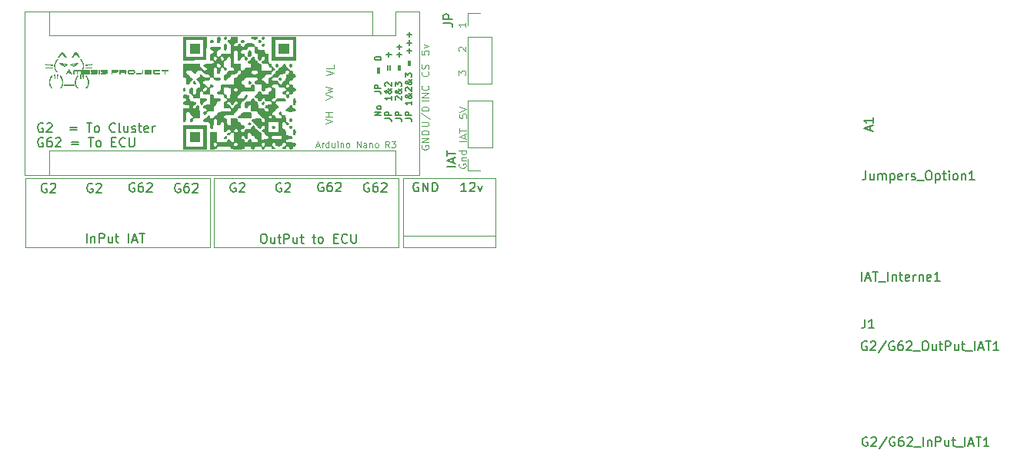
<source format=gbr>
%TF.GenerationSoftware,KiCad,Pcbnew,(6.0.0)*%
%TF.CreationDate,2022-10-01T22:30:54+02:00*%
%TF.ProjectId,012-Amesis-ColdSartE85,3031322d-416d-4657-9369-732d436f6c64,v0.01_Golf 1.6L 16v *%
%TF.SameCoordinates,Original*%
%TF.FileFunction,Legend,Top*%
%TF.FilePolarity,Positive*%
%FSLAX46Y46*%
G04 Gerber Fmt 4.6, Leading zero omitted, Abs format (unit mm)*
G04 Created by KiCad (PCBNEW (6.0.0)) date 2022-10-01 22:30:54*
%MOMM*%
%LPD*%
G01*
G04 APERTURE LIST*
%ADD10C,0.200000*%
%ADD11C,0.100000*%
%ADD12C,0.175000*%
%ADD13C,0.300000*%
%ADD14C,0.150000*%
%ADD15C,0.120000*%
G04 APERTURE END LIST*
D10*
X161698249Y-64170104D02*
X161603011Y-64122484D01*
X161460154Y-64122484D01*
X161317296Y-64170104D01*
X161222058Y-64265342D01*
X161174439Y-64360580D01*
X161126820Y-64551056D01*
X161126820Y-64693913D01*
X161174439Y-64884389D01*
X161222058Y-64979627D01*
X161317296Y-65074865D01*
X161460154Y-65122484D01*
X161555392Y-65122484D01*
X161698249Y-65074865D01*
X161745868Y-65027246D01*
X161745868Y-64693913D01*
X161555392Y-64693913D01*
X162174439Y-65122484D02*
X162174439Y-64122484D01*
X162745868Y-65122484D01*
X162745868Y-64122484D01*
X163222058Y-65122484D02*
X163222058Y-64122484D01*
X163460154Y-64122484D01*
X163603011Y-64170104D01*
X163698249Y-64265342D01*
X163745868Y-64360580D01*
X163793487Y-64551056D01*
X163793487Y-64693913D01*
X163745868Y-64884389D01*
X163698249Y-64979627D01*
X163603011Y-65074865D01*
X163460154Y-65122484D01*
X163222058Y-65122484D01*
X125185449Y-70761284D02*
X125185449Y-69761284D01*
X125661639Y-70094618D02*
X125661639Y-70761284D01*
X125661639Y-70189856D02*
X125709258Y-70142237D01*
X125804496Y-70094618D01*
X125947354Y-70094618D01*
X126042592Y-70142237D01*
X126090211Y-70237475D01*
X126090211Y-70761284D01*
X126566401Y-70761284D02*
X126566401Y-69761284D01*
X126947354Y-69761284D01*
X127042592Y-69808904D01*
X127090211Y-69856523D01*
X127137830Y-69951761D01*
X127137830Y-70094618D01*
X127090211Y-70189856D01*
X127042592Y-70237475D01*
X126947354Y-70285094D01*
X126566401Y-70285094D01*
X127994973Y-70094618D02*
X127994973Y-70761284D01*
X127566401Y-70094618D02*
X127566401Y-70618427D01*
X127614020Y-70713665D01*
X127709258Y-70761284D01*
X127852115Y-70761284D01*
X127947354Y-70713665D01*
X127994973Y-70666046D01*
X128328306Y-70094618D02*
X128709258Y-70094618D01*
X128471163Y-69761284D02*
X128471163Y-70618427D01*
X128518782Y-70713665D01*
X128614020Y-70761284D01*
X128709258Y-70761284D01*
X129804496Y-70761284D02*
X129804496Y-69761284D01*
X130233068Y-70475570D02*
X130709258Y-70475570D01*
X130137830Y-70761284D02*
X130471163Y-69761284D01*
X130804496Y-70761284D01*
X130994973Y-69761284D02*
X131566401Y-69761284D01*
X131280687Y-70761284D02*
X131280687Y-69761284D01*
D11*
X162822058Y-55125951D02*
X162022058Y-55125951D01*
X162822058Y-54744999D02*
X162022058Y-54744999D01*
X162822058Y-54287856D01*
X162022058Y-54287856D01*
X162745868Y-53449761D02*
X162783963Y-53487856D01*
X162822058Y-53602142D01*
X162822058Y-53678332D01*
X162783963Y-53792618D01*
X162707773Y-53868808D01*
X162631582Y-53906904D01*
X162479201Y-53944999D01*
X162364915Y-53944999D01*
X162212534Y-53906904D01*
X162136344Y-53868808D01*
X162060154Y-53792618D01*
X162022058Y-53678332D01*
X162022058Y-53602142D01*
X162060154Y-53487856D01*
X162098249Y-53449761D01*
D10*
X144578325Y-69812084D02*
X144768801Y-69812084D01*
X144864039Y-69859704D01*
X144959277Y-69954942D01*
X145006896Y-70145418D01*
X145006896Y-70478751D01*
X144959277Y-70669227D01*
X144864039Y-70764465D01*
X144768801Y-70812084D01*
X144578325Y-70812084D01*
X144483087Y-70764465D01*
X144387849Y-70669227D01*
X144340230Y-70478751D01*
X144340230Y-70145418D01*
X144387849Y-69954942D01*
X144483087Y-69859704D01*
X144578325Y-69812084D01*
X145864039Y-70145418D02*
X145864039Y-70812084D01*
X145435468Y-70145418D02*
X145435468Y-70669227D01*
X145483087Y-70764465D01*
X145578325Y-70812084D01*
X145721182Y-70812084D01*
X145816420Y-70764465D01*
X145864039Y-70716846D01*
X146197373Y-70145418D02*
X146578325Y-70145418D01*
X146340230Y-69812084D02*
X146340230Y-70669227D01*
X146387849Y-70764465D01*
X146483087Y-70812084D01*
X146578325Y-70812084D01*
X146911658Y-70812084D02*
X146911658Y-69812084D01*
X147292611Y-69812084D01*
X147387849Y-69859704D01*
X147435468Y-69907323D01*
X147483087Y-70002561D01*
X147483087Y-70145418D01*
X147435468Y-70240656D01*
X147387849Y-70288275D01*
X147292611Y-70335894D01*
X146911658Y-70335894D01*
X148340230Y-70145418D02*
X148340230Y-70812084D01*
X147911658Y-70145418D02*
X147911658Y-70669227D01*
X147959277Y-70764465D01*
X148054515Y-70812084D01*
X148197373Y-70812084D01*
X148292611Y-70764465D01*
X148340230Y-70716846D01*
X148673563Y-70145418D02*
X149054515Y-70145418D01*
X148816420Y-69812084D02*
X148816420Y-70669227D01*
X148864039Y-70764465D01*
X148959277Y-70812084D01*
X149054515Y-70812084D01*
X150006896Y-70145418D02*
X150387849Y-70145418D01*
X150149754Y-69812084D02*
X150149754Y-70669227D01*
X150197373Y-70764465D01*
X150292611Y-70812084D01*
X150387849Y-70812084D01*
X150864039Y-70812084D02*
X150768801Y-70764465D01*
X150721182Y-70716846D01*
X150673563Y-70621608D01*
X150673563Y-70335894D01*
X150721182Y-70240656D01*
X150768801Y-70193037D01*
X150864039Y-70145418D01*
X151006896Y-70145418D01*
X151102134Y-70193037D01*
X151149754Y-70240656D01*
X151197373Y-70335894D01*
X151197373Y-70621608D01*
X151149754Y-70716846D01*
X151102134Y-70764465D01*
X151006896Y-70812084D01*
X150864039Y-70812084D01*
X152387849Y-70288275D02*
X152721182Y-70288275D01*
X152864039Y-70812084D02*
X152387849Y-70812084D01*
X152387849Y-69812084D01*
X152864039Y-69812084D01*
X153864039Y-70716846D02*
X153816420Y-70764465D01*
X153673563Y-70812084D01*
X153578325Y-70812084D01*
X153435468Y-70764465D01*
X153340230Y-70669227D01*
X153292611Y-70573989D01*
X153244992Y-70383513D01*
X153244992Y-70240656D01*
X153292611Y-70050180D01*
X153340230Y-69954942D01*
X153435468Y-69859704D01*
X153578325Y-69812084D01*
X153673563Y-69812084D01*
X153816420Y-69859704D01*
X153864039Y-69907323D01*
X154292611Y-69812084D02*
X154292611Y-70621608D01*
X154340230Y-70716846D01*
X154387849Y-70764465D01*
X154483087Y-70812084D01*
X154673563Y-70812084D01*
X154768801Y-70764465D01*
X154816420Y-70716846D01*
X154864039Y-70621608D01*
X154864039Y-69812084D01*
X164452534Y-46586846D02*
X165166820Y-46586846D01*
X165309677Y-46634465D01*
X165404915Y-46729704D01*
X165452534Y-46872561D01*
X165452534Y-46967799D01*
X165452534Y-46110656D02*
X164452534Y-46110656D01*
X164452534Y-45729704D01*
X164500154Y-45634465D01*
X164547773Y-45586846D01*
X164643011Y-45539227D01*
X164785868Y-45539227D01*
X164881106Y-45586846D01*
X164928725Y-45634465D01*
X164976344Y-45729704D01*
X164976344Y-46110656D01*
X165808134Y-62380827D02*
X164808134Y-62380827D01*
X165522420Y-61952256D02*
X165522420Y-61476065D01*
X165808134Y-62047494D02*
X164808134Y-61714161D01*
X165808134Y-61380827D01*
X164808134Y-61190351D02*
X164808134Y-60618923D01*
X165808134Y-60904637D02*
X164808134Y-60904637D01*
D11*
X151455658Y-54979913D02*
X152255658Y-54713246D01*
X151455658Y-54446580D01*
X151455658Y-54256104D02*
X152255658Y-54065627D01*
X151684230Y-53913246D01*
X152255658Y-53760865D01*
X151455658Y-53570389D01*
D10*
X151210858Y-64170104D02*
X151115620Y-64122484D01*
X150972763Y-64122484D01*
X150829906Y-64170104D01*
X150734668Y-64265342D01*
X150687049Y-64360580D01*
X150639430Y-64551056D01*
X150639430Y-64693913D01*
X150687049Y-64884389D01*
X150734668Y-64979627D01*
X150829906Y-65074865D01*
X150972763Y-65122484D01*
X151068001Y-65122484D01*
X151210858Y-65074865D01*
X151258477Y-65027246D01*
X151258477Y-64693913D01*
X151068001Y-64693913D01*
X152115620Y-64122484D02*
X151925144Y-64122484D01*
X151829906Y-64170104D01*
X151782287Y-64217723D01*
X151687049Y-64360580D01*
X151639430Y-64551056D01*
X151639430Y-64932008D01*
X151687049Y-65027246D01*
X151734668Y-65074865D01*
X151829906Y-65122484D01*
X152020382Y-65122484D01*
X152115620Y-65074865D01*
X152163239Y-65027246D01*
X152210858Y-64932008D01*
X152210858Y-64693913D01*
X152163239Y-64598675D01*
X152115620Y-64551056D01*
X152020382Y-64503437D01*
X151829906Y-64503437D01*
X151734668Y-64551056D01*
X151687049Y-64598675D01*
X151639430Y-64693913D01*
X152591811Y-64217723D02*
X152639430Y-64170104D01*
X152734668Y-64122484D01*
X152972763Y-64122484D01*
X153068001Y-64170104D01*
X153115620Y-64217723D01*
X153163239Y-64312961D01*
X153163239Y-64408199D01*
X153115620Y-64551056D01*
X152544192Y-65122484D01*
X153163239Y-65122484D01*
D11*
X166162249Y-49607875D02*
X166124154Y-49569780D01*
X166086058Y-49493589D01*
X166086058Y-49303113D01*
X166124154Y-49226923D01*
X166162249Y-49188827D01*
X166238439Y-49150732D01*
X166314630Y-49150732D01*
X166428915Y-49188827D01*
X166886058Y-49645970D01*
X166886058Y-49150732D01*
D10*
X166968725Y-65122484D02*
X166397296Y-65122484D01*
X166683011Y-65122484D02*
X166683011Y-64122484D01*
X166587773Y-64265342D01*
X166492534Y-64360580D01*
X166397296Y-64408199D01*
X167349677Y-64217723D02*
X167397296Y-64170104D01*
X167492534Y-64122484D01*
X167730630Y-64122484D01*
X167825868Y-64170104D01*
X167873487Y-64217723D01*
X167921106Y-64312961D01*
X167921106Y-64408199D01*
X167873487Y-64551056D01*
X167302058Y-65122484D01*
X167921106Y-65122484D01*
X168254439Y-64455818D02*
X168492534Y-65122484D01*
X168730630Y-64455818D01*
D11*
X162022058Y-49595189D02*
X162022058Y-49976142D01*
X162403011Y-50014237D01*
X162364915Y-49976142D01*
X162326820Y-49899951D01*
X162326820Y-49709475D01*
X162364915Y-49633284D01*
X162403011Y-49595189D01*
X162479201Y-49557094D01*
X162669677Y-49557094D01*
X162745868Y-49595189D01*
X162783963Y-49633284D01*
X162822058Y-49709475D01*
X162822058Y-49899951D01*
X162783963Y-49976142D01*
X162745868Y-50014237D01*
X162288725Y-49290427D02*
X162822058Y-49099951D01*
X162288725Y-48909475D01*
D10*
X120781658Y-64271704D02*
X120686420Y-64224084D01*
X120543563Y-64224084D01*
X120400706Y-64271704D01*
X120305468Y-64366942D01*
X120257849Y-64462180D01*
X120210230Y-64652656D01*
X120210230Y-64795513D01*
X120257849Y-64985989D01*
X120305468Y-65081227D01*
X120400706Y-65176465D01*
X120543563Y-65224084D01*
X120638801Y-65224084D01*
X120781658Y-65176465D01*
X120829277Y-65128846D01*
X120829277Y-64795513D01*
X120638801Y-64795513D01*
X121210230Y-64319323D02*
X121257849Y-64271704D01*
X121353087Y-64224084D01*
X121591182Y-64224084D01*
X121686420Y-64271704D01*
X121734039Y-64319323D01*
X121781658Y-64414561D01*
X121781658Y-64509799D01*
X121734039Y-64652656D01*
X121162611Y-65224084D01*
X121781658Y-65224084D01*
X120375258Y-57624704D02*
X120280020Y-57577084D01*
X120137163Y-57577084D01*
X119994306Y-57624704D01*
X119899068Y-57719942D01*
X119851449Y-57815180D01*
X119803830Y-58005656D01*
X119803830Y-58148513D01*
X119851449Y-58338989D01*
X119899068Y-58434227D01*
X119994306Y-58529465D01*
X120137163Y-58577084D01*
X120232401Y-58577084D01*
X120375258Y-58529465D01*
X120422877Y-58481846D01*
X120422877Y-58148513D01*
X120232401Y-58148513D01*
X120803830Y-57672323D02*
X120851449Y-57624704D01*
X120946687Y-57577084D01*
X121184782Y-57577084D01*
X121280020Y-57624704D01*
X121327639Y-57672323D01*
X121375258Y-57767561D01*
X121375258Y-57862799D01*
X121327639Y-58005656D01*
X120756211Y-58577084D01*
X121375258Y-58577084D01*
X123327639Y-58053275D02*
X124089544Y-58053275D01*
X124089544Y-58338989D02*
X123327639Y-58338989D01*
X125184782Y-57577084D02*
X125756211Y-57577084D01*
X125470496Y-58577084D02*
X125470496Y-57577084D01*
X126232401Y-58577084D02*
X126137163Y-58529465D01*
X126089544Y-58481846D01*
X126041925Y-58386608D01*
X126041925Y-58100894D01*
X126089544Y-58005656D01*
X126137163Y-57958037D01*
X126232401Y-57910418D01*
X126375258Y-57910418D01*
X126470496Y-57958037D01*
X126518115Y-58005656D01*
X126565734Y-58100894D01*
X126565734Y-58386608D01*
X126518115Y-58481846D01*
X126470496Y-58529465D01*
X126375258Y-58577084D01*
X126232401Y-58577084D01*
X128327639Y-58481846D02*
X128280020Y-58529465D01*
X128137163Y-58577084D01*
X128041925Y-58577084D01*
X127899068Y-58529465D01*
X127803830Y-58434227D01*
X127756211Y-58338989D01*
X127708592Y-58148513D01*
X127708592Y-58005656D01*
X127756211Y-57815180D01*
X127803830Y-57719942D01*
X127899068Y-57624704D01*
X128041925Y-57577084D01*
X128137163Y-57577084D01*
X128280020Y-57624704D01*
X128327639Y-57672323D01*
X128899068Y-58577084D02*
X128803830Y-58529465D01*
X128756211Y-58434227D01*
X128756211Y-57577084D01*
X129708592Y-57910418D02*
X129708592Y-58577084D01*
X129280020Y-57910418D02*
X129280020Y-58434227D01*
X129327639Y-58529465D01*
X129422877Y-58577084D01*
X129565734Y-58577084D01*
X129660973Y-58529465D01*
X129708592Y-58481846D01*
X130137163Y-58529465D02*
X130232401Y-58577084D01*
X130422877Y-58577084D01*
X130518115Y-58529465D01*
X130565734Y-58434227D01*
X130565734Y-58386608D01*
X130518115Y-58291370D01*
X130422877Y-58243751D01*
X130280020Y-58243751D01*
X130184782Y-58196132D01*
X130137163Y-58100894D01*
X130137163Y-58053275D01*
X130184782Y-57958037D01*
X130280020Y-57910418D01*
X130422877Y-57910418D01*
X130518115Y-57958037D01*
X130851449Y-57910418D02*
X131232401Y-57910418D01*
X130994306Y-57577084D02*
X130994306Y-58434227D01*
X131041925Y-58529465D01*
X131137163Y-58577084D01*
X131232401Y-58577084D01*
X131946687Y-58529465D02*
X131851449Y-58577084D01*
X131660973Y-58577084D01*
X131565734Y-58529465D01*
X131518115Y-58434227D01*
X131518115Y-58053275D01*
X131565734Y-57958037D01*
X131660973Y-57910418D01*
X131851449Y-57910418D01*
X131946687Y-57958037D01*
X131994306Y-58053275D01*
X131994306Y-58148513D01*
X131518115Y-58243751D01*
X132422877Y-58577084D02*
X132422877Y-57910418D01*
X132422877Y-58100894D02*
X132470496Y-58005656D01*
X132518115Y-57958037D01*
X132613354Y-57910418D01*
X132708592Y-57910418D01*
X120375258Y-59234704D02*
X120280020Y-59187084D01*
X120137163Y-59187084D01*
X119994306Y-59234704D01*
X119899068Y-59329942D01*
X119851449Y-59425180D01*
X119803830Y-59615656D01*
X119803830Y-59758513D01*
X119851449Y-59948989D01*
X119899068Y-60044227D01*
X119994306Y-60139465D01*
X120137163Y-60187084D01*
X120232401Y-60187084D01*
X120375258Y-60139465D01*
X120422877Y-60091846D01*
X120422877Y-59758513D01*
X120232401Y-59758513D01*
X121280020Y-59187084D02*
X121089544Y-59187084D01*
X120994306Y-59234704D01*
X120946687Y-59282323D01*
X120851449Y-59425180D01*
X120803830Y-59615656D01*
X120803830Y-59996608D01*
X120851449Y-60091846D01*
X120899068Y-60139465D01*
X120994306Y-60187084D01*
X121184782Y-60187084D01*
X121280020Y-60139465D01*
X121327639Y-60091846D01*
X121375258Y-59996608D01*
X121375258Y-59758513D01*
X121327639Y-59663275D01*
X121280020Y-59615656D01*
X121184782Y-59568037D01*
X120994306Y-59568037D01*
X120899068Y-59615656D01*
X120851449Y-59663275D01*
X120803830Y-59758513D01*
X121756211Y-59282323D02*
X121803830Y-59234704D01*
X121899068Y-59187084D01*
X122137163Y-59187084D01*
X122232401Y-59234704D01*
X122280020Y-59282323D01*
X122327639Y-59377561D01*
X122327639Y-59472799D01*
X122280020Y-59615656D01*
X121708592Y-60187084D01*
X122327639Y-60187084D01*
X123518115Y-59663275D02*
X124280020Y-59663275D01*
X124280020Y-59948989D02*
X123518115Y-59948989D01*
X125375258Y-59187084D02*
X125946687Y-59187084D01*
X125660973Y-60187084D02*
X125660973Y-59187084D01*
X126422877Y-60187084D02*
X126327639Y-60139465D01*
X126280020Y-60091846D01*
X126232401Y-59996608D01*
X126232401Y-59710894D01*
X126280020Y-59615656D01*
X126327639Y-59568037D01*
X126422877Y-59520418D01*
X126565734Y-59520418D01*
X126660973Y-59568037D01*
X126708592Y-59615656D01*
X126756211Y-59710894D01*
X126756211Y-59996608D01*
X126708592Y-60091846D01*
X126660973Y-60139465D01*
X126565734Y-60187084D01*
X126422877Y-60187084D01*
X127946687Y-59663275D02*
X128280020Y-59663275D01*
X128422877Y-60187084D02*
X127946687Y-60187084D01*
X127946687Y-59187084D01*
X128422877Y-59187084D01*
X129422877Y-60091846D02*
X129375258Y-60139465D01*
X129232401Y-60187084D01*
X129137163Y-60187084D01*
X128994306Y-60139465D01*
X128899068Y-60044227D01*
X128851449Y-59948989D01*
X128803830Y-59758513D01*
X128803830Y-59615656D01*
X128851449Y-59425180D01*
X128899068Y-59329942D01*
X128994306Y-59234704D01*
X129137163Y-59187084D01*
X129232401Y-59187084D01*
X129375258Y-59234704D01*
X129422877Y-59282323D01*
X129851449Y-59187084D02*
X129851449Y-59996608D01*
X129899068Y-60091846D01*
X129946687Y-60139465D01*
X130041925Y-60187084D01*
X130232401Y-60187084D01*
X130327639Y-60139465D01*
X130375258Y-60091846D01*
X130422877Y-59996608D01*
X130422877Y-59187084D01*
X146588058Y-64220904D02*
X146492820Y-64173284D01*
X146349963Y-64173284D01*
X146207106Y-64220904D01*
X146111868Y-64316142D01*
X146064249Y-64411380D01*
X146016630Y-64601856D01*
X146016630Y-64744713D01*
X146064249Y-64935189D01*
X146111868Y-65030427D01*
X146207106Y-65125665D01*
X146349963Y-65173284D01*
X146445201Y-65173284D01*
X146588058Y-65125665D01*
X146635677Y-65078046D01*
X146635677Y-64744713D01*
X146445201Y-64744713D01*
X147016630Y-64268523D02*
X147064249Y-64220904D01*
X147159487Y-64173284D01*
X147397582Y-64173284D01*
X147492820Y-64220904D01*
X147540439Y-64268523D01*
X147588058Y-64363761D01*
X147588058Y-64458999D01*
X147540439Y-64601856D01*
X146969011Y-65173284D01*
X147588058Y-65173284D01*
D11*
X166886058Y-46509132D02*
X166886058Y-46966275D01*
X166886058Y-46737704D02*
X166086058Y-46737704D01*
X166200344Y-46813894D01*
X166276534Y-46890084D01*
X166314630Y-46966275D01*
X162745868Y-51900237D02*
X162783963Y-51938332D01*
X162822058Y-52052618D01*
X162822058Y-52128808D01*
X162783963Y-52243094D01*
X162707773Y-52319284D01*
X162631582Y-52357380D01*
X162479201Y-52395475D01*
X162364915Y-52395475D01*
X162212534Y-52357380D01*
X162136344Y-52319284D01*
X162060154Y-52243094D01*
X162022058Y-52128808D01*
X162022058Y-52052618D01*
X162060154Y-51938332D01*
X162098249Y-51900237D01*
X162783963Y-51595475D02*
X162822058Y-51481189D01*
X162822058Y-51290713D01*
X162783963Y-51214523D01*
X162745868Y-51176427D01*
X162669677Y-51138332D01*
X162593487Y-51138332D01*
X162517296Y-51176427D01*
X162479201Y-51214523D01*
X162441106Y-51290713D01*
X162403011Y-51443094D01*
X162364915Y-51519284D01*
X162326820Y-51557380D01*
X162250630Y-51595475D01*
X162174439Y-51595475D01*
X162098249Y-51557380D01*
X162060154Y-51519284D01*
X162022058Y-51443094D01*
X162022058Y-51252618D01*
X162060154Y-51138332D01*
X166086058Y-52287570D02*
X166086058Y-51792332D01*
X166390820Y-52058999D01*
X166390820Y-51944713D01*
X166428915Y-51868523D01*
X166467011Y-51830427D01*
X166543201Y-51792332D01*
X166733677Y-51792332D01*
X166809868Y-51830427D01*
X166847963Y-51868523D01*
X166886058Y-51944713D01*
X166886058Y-52173284D01*
X166847963Y-52249475D01*
X166809868Y-52287570D01*
X162022058Y-57894523D02*
X162669677Y-57894523D01*
X162745868Y-57856427D01*
X162783963Y-57818332D01*
X162822058Y-57742142D01*
X162822058Y-57589761D01*
X162783963Y-57513570D01*
X162745868Y-57475475D01*
X162669677Y-57437380D01*
X162022058Y-57437380D01*
X161983963Y-56484999D02*
X163012534Y-57170713D01*
X162822058Y-56218332D02*
X162022058Y-56218332D01*
X162022058Y-56027856D01*
X162060154Y-55913570D01*
X162136344Y-55837380D01*
X162212534Y-55799284D01*
X162364915Y-55761189D01*
X162479201Y-55761189D01*
X162631582Y-55799284D01*
X162707773Y-55837380D01*
X162783963Y-55913570D01*
X162822058Y-56027856D01*
X162822058Y-56218332D01*
D10*
X130433658Y-64220904D02*
X130338420Y-64173284D01*
X130195563Y-64173284D01*
X130052706Y-64220904D01*
X129957468Y-64316142D01*
X129909849Y-64411380D01*
X129862230Y-64601856D01*
X129862230Y-64744713D01*
X129909849Y-64935189D01*
X129957468Y-65030427D01*
X130052706Y-65125665D01*
X130195563Y-65173284D01*
X130290801Y-65173284D01*
X130433658Y-65125665D01*
X130481277Y-65078046D01*
X130481277Y-64744713D01*
X130290801Y-64744713D01*
X131338420Y-64173284D02*
X131147944Y-64173284D01*
X131052706Y-64220904D01*
X131005087Y-64268523D01*
X130909849Y-64411380D01*
X130862230Y-64601856D01*
X130862230Y-64982808D01*
X130909849Y-65078046D01*
X130957468Y-65125665D01*
X131052706Y-65173284D01*
X131243182Y-65173284D01*
X131338420Y-65125665D01*
X131386039Y-65078046D01*
X131433658Y-64982808D01*
X131433658Y-64744713D01*
X131386039Y-64649475D01*
X131338420Y-64601856D01*
X131243182Y-64554237D01*
X131052706Y-64554237D01*
X130957468Y-64601856D01*
X130909849Y-64649475D01*
X130862230Y-64744713D01*
X131814611Y-64268523D02*
X131862230Y-64220904D01*
X131957468Y-64173284D01*
X132195563Y-64173284D01*
X132290801Y-64220904D01*
X132338420Y-64268523D01*
X132386039Y-64363761D01*
X132386039Y-64458999D01*
X132338420Y-64601856D01*
X131766992Y-65173284D01*
X132386039Y-65173284D01*
X156240058Y-64220904D02*
X156144820Y-64173284D01*
X156001963Y-64173284D01*
X155859106Y-64220904D01*
X155763868Y-64316142D01*
X155716249Y-64411380D01*
X155668630Y-64601856D01*
X155668630Y-64744713D01*
X155716249Y-64935189D01*
X155763868Y-65030427D01*
X155859106Y-65125665D01*
X156001963Y-65173284D01*
X156097201Y-65173284D01*
X156240058Y-65125665D01*
X156287677Y-65078046D01*
X156287677Y-64744713D01*
X156097201Y-64744713D01*
X157144820Y-64173284D02*
X156954344Y-64173284D01*
X156859106Y-64220904D01*
X156811487Y-64268523D01*
X156716249Y-64411380D01*
X156668630Y-64601856D01*
X156668630Y-64982808D01*
X156716249Y-65078046D01*
X156763868Y-65125665D01*
X156859106Y-65173284D01*
X157049582Y-65173284D01*
X157144820Y-65125665D01*
X157192439Y-65078046D01*
X157240058Y-64982808D01*
X157240058Y-64744713D01*
X157192439Y-64649475D01*
X157144820Y-64601856D01*
X157049582Y-64554237D01*
X156859106Y-64554237D01*
X156763868Y-64601856D01*
X156716249Y-64649475D01*
X156668630Y-64744713D01*
X157621011Y-64268523D02*
X157668630Y-64220904D01*
X157763868Y-64173284D01*
X158001963Y-64173284D01*
X158097201Y-64220904D01*
X158144820Y-64268523D01*
X158192439Y-64363761D01*
X158192439Y-64458999D01*
X158144820Y-64601856D01*
X157573392Y-65173284D01*
X158192439Y-65173284D01*
X125810858Y-64271704D02*
X125715620Y-64224084D01*
X125572763Y-64224084D01*
X125429906Y-64271704D01*
X125334668Y-64366942D01*
X125287049Y-64462180D01*
X125239430Y-64652656D01*
X125239430Y-64795513D01*
X125287049Y-64985989D01*
X125334668Y-65081227D01*
X125429906Y-65176465D01*
X125572763Y-65224084D01*
X125668001Y-65224084D01*
X125810858Y-65176465D01*
X125858477Y-65128846D01*
X125858477Y-64795513D01*
X125668001Y-64795513D01*
X126239430Y-64319323D02*
X126287049Y-64271704D01*
X126382287Y-64224084D01*
X126620382Y-64224084D01*
X126715620Y-64271704D01*
X126763239Y-64319323D01*
X126810858Y-64414561D01*
X126810858Y-64509799D01*
X126763239Y-64652656D01*
X126191811Y-65224084D01*
X126810858Y-65224084D01*
X135462858Y-64271704D02*
X135367620Y-64224084D01*
X135224763Y-64224084D01*
X135081906Y-64271704D01*
X134986668Y-64366942D01*
X134939049Y-64462180D01*
X134891430Y-64652656D01*
X134891430Y-64795513D01*
X134939049Y-64985989D01*
X134986668Y-65081227D01*
X135081906Y-65176465D01*
X135224763Y-65224084D01*
X135320001Y-65224084D01*
X135462858Y-65176465D01*
X135510477Y-65128846D01*
X135510477Y-64795513D01*
X135320001Y-64795513D01*
X136367620Y-64224084D02*
X136177144Y-64224084D01*
X136081906Y-64271704D01*
X136034287Y-64319323D01*
X135939049Y-64462180D01*
X135891430Y-64652656D01*
X135891430Y-65033608D01*
X135939049Y-65128846D01*
X135986668Y-65176465D01*
X136081906Y-65224084D01*
X136272382Y-65224084D01*
X136367620Y-65176465D01*
X136415239Y-65128846D01*
X136462858Y-65033608D01*
X136462858Y-64795513D01*
X136415239Y-64700275D01*
X136367620Y-64652656D01*
X136272382Y-64605037D01*
X136081906Y-64605037D01*
X135986668Y-64652656D01*
X135939049Y-64700275D01*
X135891430Y-64795513D01*
X136843811Y-64319323D02*
X136891430Y-64271704D01*
X136986668Y-64224084D01*
X137224763Y-64224084D01*
X137320001Y-64271704D01*
X137367620Y-64319323D01*
X137415239Y-64414561D01*
X137415239Y-64509799D01*
X137367620Y-64652656D01*
X136796192Y-65224084D01*
X137415239Y-65224084D01*
D11*
X166187658Y-56592884D02*
X166187658Y-56973837D01*
X166568611Y-57011932D01*
X166530515Y-56973837D01*
X166492420Y-56897646D01*
X166492420Y-56707170D01*
X166530515Y-56630980D01*
X166568611Y-56592884D01*
X166644801Y-56554789D01*
X166835277Y-56554789D01*
X166911468Y-56592884D01*
X166949563Y-56630980D01*
X166987658Y-56707170D01*
X166987658Y-56897646D01*
X166949563Y-56973837D01*
X166911468Y-57011932D01*
X166187658Y-56326218D02*
X166987658Y-56059551D01*
X166187658Y-55792884D01*
X151557258Y-52306580D02*
X152357258Y-52039913D01*
X151557258Y-51773246D01*
X152357258Y-51125627D02*
X152357258Y-51506580D01*
X151557258Y-51506580D01*
X162060154Y-60047227D02*
X162022058Y-60123418D01*
X162022058Y-60237704D01*
X162060154Y-60351989D01*
X162136344Y-60428180D01*
X162212534Y-60466275D01*
X162364915Y-60504370D01*
X162479201Y-60504370D01*
X162631582Y-60466275D01*
X162707773Y-60428180D01*
X162783963Y-60351989D01*
X162822058Y-60237704D01*
X162822058Y-60161513D01*
X162783963Y-60047227D01*
X162745868Y-60009132D01*
X162479201Y-60009132D01*
X162479201Y-60161513D01*
X162822058Y-59666275D02*
X162022058Y-59666275D01*
X162822058Y-59209132D01*
X162022058Y-59209132D01*
X162822058Y-58828180D02*
X162022058Y-58828180D01*
X162022058Y-58637704D01*
X162060154Y-58523418D01*
X162136344Y-58447227D01*
X162212534Y-58409132D01*
X162364915Y-58371037D01*
X162479201Y-58371037D01*
X162631582Y-58409132D01*
X162707773Y-58447227D01*
X162783963Y-58523418D01*
X162822058Y-58637704D01*
X162822058Y-58828180D01*
X150466487Y-60062370D02*
X150799820Y-60062370D01*
X150399820Y-60262370D02*
X150633154Y-59562370D01*
X150866487Y-60262370D01*
X151099820Y-60262370D02*
X151099820Y-59795704D01*
X151099820Y-59929037D02*
X151133154Y-59862370D01*
X151166487Y-59829037D01*
X151233154Y-59795704D01*
X151299820Y-59795704D01*
X151833154Y-60262370D02*
X151833154Y-59562370D01*
X151833154Y-60229037D02*
X151766487Y-60262370D01*
X151633154Y-60262370D01*
X151566487Y-60229037D01*
X151533154Y-60195704D01*
X151499820Y-60129037D01*
X151499820Y-59929037D01*
X151533154Y-59862370D01*
X151566487Y-59829037D01*
X151633154Y-59795704D01*
X151766487Y-59795704D01*
X151833154Y-59829037D01*
X152466487Y-59795704D02*
X152466487Y-60262370D01*
X152166487Y-59795704D02*
X152166487Y-60162370D01*
X152199820Y-60229037D01*
X152266487Y-60262370D01*
X152366487Y-60262370D01*
X152433154Y-60229037D01*
X152466487Y-60195704D01*
X152799820Y-60262370D02*
X152799820Y-59795704D01*
X152799820Y-59562370D02*
X152766487Y-59595704D01*
X152799820Y-59629037D01*
X152833154Y-59595704D01*
X152799820Y-59562370D01*
X152799820Y-59629037D01*
X153133154Y-59795704D02*
X153133154Y-60262370D01*
X153133154Y-59862370D02*
X153166487Y-59829037D01*
X153233154Y-59795704D01*
X153333154Y-59795704D01*
X153399820Y-59829037D01*
X153433154Y-59895704D01*
X153433154Y-60262370D01*
X153866487Y-60262370D02*
X153799820Y-60229037D01*
X153766487Y-60195704D01*
X153733154Y-60129037D01*
X153733154Y-59929037D01*
X153766487Y-59862370D01*
X153799820Y-59829037D01*
X153866487Y-59795704D01*
X153966487Y-59795704D01*
X154033154Y-59829037D01*
X154066487Y-59862370D01*
X154099820Y-59929037D01*
X154099820Y-60129037D01*
X154066487Y-60195704D01*
X154033154Y-60229037D01*
X153966487Y-60262370D01*
X153866487Y-60262370D01*
X154933154Y-60262370D02*
X154933154Y-59562370D01*
X155333154Y-60262370D01*
X155333154Y-59562370D01*
X155966487Y-60262370D02*
X155966487Y-59895704D01*
X155933154Y-59829037D01*
X155866487Y-59795704D01*
X155733154Y-59795704D01*
X155666487Y-59829037D01*
X155966487Y-60229037D02*
X155899820Y-60262370D01*
X155733154Y-60262370D01*
X155666487Y-60229037D01*
X155633154Y-60162370D01*
X155633154Y-60095704D01*
X155666487Y-60029037D01*
X155733154Y-59995704D01*
X155899820Y-59995704D01*
X155966487Y-59962370D01*
X156299820Y-59795704D02*
X156299820Y-60262370D01*
X156299820Y-59862370D02*
X156333154Y-59829037D01*
X156399820Y-59795704D01*
X156499820Y-59795704D01*
X156566487Y-59829037D01*
X156599820Y-59895704D01*
X156599820Y-60262370D01*
X157033154Y-60262370D02*
X156966487Y-60229037D01*
X156933154Y-60195704D01*
X156899820Y-60129037D01*
X156899820Y-59929037D01*
X156933154Y-59862370D01*
X156966487Y-59829037D01*
X157033154Y-59795704D01*
X157133154Y-59795704D01*
X157199820Y-59829037D01*
X157233154Y-59862370D01*
X157266487Y-59929037D01*
X157266487Y-60129037D01*
X157233154Y-60195704D01*
X157199820Y-60229037D01*
X157133154Y-60262370D01*
X157033154Y-60262370D01*
X158499820Y-60262370D02*
X158266487Y-59929037D01*
X158099820Y-60262370D02*
X158099820Y-59562370D01*
X158366487Y-59562370D01*
X158433154Y-59595704D01*
X158466487Y-59629037D01*
X158499820Y-59695704D01*
X158499820Y-59795704D01*
X158466487Y-59862370D01*
X158433154Y-59895704D01*
X158366487Y-59929037D01*
X158099820Y-59929037D01*
X158733154Y-59562370D02*
X159166487Y-59562370D01*
X158933154Y-59829037D01*
X159033154Y-59829037D01*
X159099820Y-59862370D01*
X159133154Y-59895704D01*
X159166487Y-59962370D01*
X159166487Y-60129037D01*
X159133154Y-60195704D01*
X159099820Y-60229037D01*
X159033154Y-60262370D01*
X158833154Y-60262370D01*
X158766487Y-60229037D01*
X158733154Y-60195704D01*
X166987658Y-59577323D02*
X166187658Y-59577323D01*
X166759087Y-59234465D02*
X166759087Y-58853513D01*
X166987658Y-59310656D02*
X166187658Y-59043989D01*
X166987658Y-58777323D01*
X166187658Y-58624942D02*
X166187658Y-58167799D01*
X166987658Y-58396370D02*
X166187658Y-58396370D01*
D10*
X141558858Y-64220904D02*
X141463620Y-64173284D01*
X141320763Y-64173284D01*
X141177906Y-64220904D01*
X141082668Y-64316142D01*
X141035049Y-64411380D01*
X140987430Y-64601856D01*
X140987430Y-64744713D01*
X141035049Y-64935189D01*
X141082668Y-65030427D01*
X141177906Y-65125665D01*
X141320763Y-65173284D01*
X141416001Y-65173284D01*
X141558858Y-65125665D01*
X141606477Y-65078046D01*
X141606477Y-64744713D01*
X141416001Y-64744713D01*
X141987430Y-64268523D02*
X142035049Y-64220904D01*
X142130287Y-64173284D01*
X142368382Y-64173284D01*
X142463620Y-64220904D01*
X142511239Y-64268523D01*
X142558858Y-64363761D01*
X142558858Y-64458999D01*
X142511239Y-64601856D01*
X141939811Y-65173284D01*
X142558858Y-65173284D01*
D11*
X166174954Y-62085589D02*
X166136858Y-62161780D01*
X166136858Y-62276065D01*
X166174954Y-62390351D01*
X166251144Y-62466542D01*
X166327334Y-62504637D01*
X166479715Y-62542732D01*
X166594001Y-62542732D01*
X166746382Y-62504637D01*
X166822573Y-62466542D01*
X166898763Y-62390351D01*
X166936858Y-62276065D01*
X166936858Y-62199875D01*
X166898763Y-62085589D01*
X166860668Y-62047494D01*
X166594001Y-62047494D01*
X166594001Y-62199875D01*
X166403525Y-61704637D02*
X166936858Y-61704637D01*
X166479715Y-61704637D02*
X166441620Y-61666542D01*
X166403525Y-61590351D01*
X166403525Y-61476065D01*
X166441620Y-61399875D01*
X166517811Y-61361780D01*
X166936858Y-61361780D01*
X166936858Y-60637970D02*
X166136858Y-60637970D01*
X166898763Y-60637970D02*
X166936858Y-60714161D01*
X166936858Y-60866542D01*
X166898763Y-60942732D01*
X166860668Y-60980827D01*
X166784477Y-61018923D01*
X166555906Y-61018923D01*
X166479715Y-60980827D01*
X166441620Y-60942732D01*
X166403525Y-60866542D01*
X166403525Y-60714161D01*
X166441620Y-60637970D01*
X151455658Y-57634218D02*
X152255658Y-57367551D01*
X151455658Y-57100884D01*
X152255658Y-56834218D02*
X151455658Y-56834218D01*
X151836611Y-56834218D02*
X151836611Y-56377075D01*
X152255658Y-56377075D02*
X151455658Y-56377075D01*
D12*
X157579366Y-56742650D02*
X156879366Y-56742650D01*
X157579366Y-56342650D01*
X156879366Y-56342650D01*
X157579366Y-55909316D02*
X157546033Y-55975983D01*
X157512700Y-56009316D01*
X157446033Y-56042650D01*
X157246033Y-56042650D01*
X157179366Y-56009316D01*
X157146033Y-55975983D01*
X157112700Y-55909316D01*
X157112700Y-55809316D01*
X157146033Y-55742650D01*
X157179366Y-55709316D01*
X157246033Y-55675983D01*
X157446033Y-55675983D01*
X157512700Y-55709316D01*
X157546033Y-55742650D01*
X157579366Y-55809316D01*
X157579366Y-55909316D01*
X156879366Y-54109316D02*
X157379366Y-54109316D01*
X157479366Y-54142650D01*
X157546033Y-54209316D01*
X157579366Y-54309316D01*
X157579366Y-54375983D01*
X157579366Y-53775983D02*
X156879366Y-53775983D01*
X156879366Y-53509316D01*
X156912700Y-53442650D01*
X156946033Y-53409316D01*
X157012700Y-53375983D01*
X157112700Y-53375983D01*
X157179366Y-53409316D01*
X157212700Y-53442650D01*
X157246033Y-53509316D01*
X157246033Y-53775983D01*
X157212700Y-52009316D02*
X157212700Y-51475983D01*
X157412700Y-51475983D02*
X157412700Y-52009316D01*
X156879366Y-50475983D02*
X156879366Y-50409316D01*
X156912700Y-50342650D01*
X156946033Y-50309316D01*
X157012700Y-50275983D01*
X157146033Y-50242650D01*
X157312700Y-50242650D01*
X157446033Y-50275983D01*
X157512700Y-50309316D01*
X157546033Y-50342650D01*
X157579366Y-50409316D01*
X157579366Y-50475983D01*
X157546033Y-50542650D01*
X157512700Y-50575983D01*
X157446033Y-50609316D01*
X157312700Y-50642650D01*
X157146033Y-50642650D01*
X157012700Y-50609316D01*
X156946033Y-50575983D01*
X156912700Y-50542650D01*
X156879366Y-50475983D01*
X158006366Y-57075983D02*
X158506366Y-57075983D01*
X158606366Y-57109316D01*
X158673033Y-57175983D01*
X158706366Y-57275983D01*
X158706366Y-57342650D01*
X158706366Y-56742650D02*
X158006366Y-56742650D01*
X158006366Y-56475983D01*
X158039700Y-56409316D01*
X158073033Y-56375983D01*
X158139700Y-56342650D01*
X158239700Y-56342650D01*
X158306366Y-56375983D01*
X158339700Y-56409316D01*
X158373033Y-56475983D01*
X158373033Y-56742650D01*
X158706366Y-54609316D02*
X158706366Y-55009316D01*
X158706366Y-54809316D02*
X158006366Y-54809316D01*
X158106366Y-54875983D01*
X158173033Y-54942650D01*
X158206366Y-55009316D01*
X158706366Y-53742650D02*
X158706366Y-53775983D01*
X158673033Y-53842650D01*
X158573033Y-53942650D01*
X158373033Y-54109316D01*
X158273033Y-54175983D01*
X158173033Y-54209316D01*
X158106366Y-54209316D01*
X158039700Y-54175983D01*
X158006366Y-54109316D01*
X158006366Y-54075983D01*
X158039700Y-54009316D01*
X158106366Y-53975983D01*
X158139700Y-53975983D01*
X158206366Y-54009316D01*
X158239700Y-54042650D01*
X158373033Y-54242650D01*
X158406366Y-54275983D01*
X158473033Y-54309316D01*
X158573033Y-54309316D01*
X158639700Y-54275983D01*
X158673033Y-54242650D01*
X158706366Y-54175983D01*
X158706366Y-54075983D01*
X158673033Y-54009316D01*
X158639700Y-53975983D01*
X158506366Y-53875983D01*
X158406366Y-53842650D01*
X158339700Y-53842650D01*
X158073033Y-53475983D02*
X158039700Y-53442650D01*
X158006366Y-53375983D01*
X158006366Y-53209316D01*
X158039700Y-53142650D01*
X158073033Y-53109316D01*
X158139700Y-53075983D01*
X158206366Y-53075983D01*
X158306366Y-53109316D01*
X158706366Y-53509316D01*
X158706366Y-53075983D01*
X158339700Y-51709316D02*
X158339700Y-51175983D01*
X158539700Y-51175983D02*
X158539700Y-51709316D01*
X158439700Y-50309316D02*
X158439700Y-49775983D01*
X158706366Y-50042650D02*
X158173033Y-50042650D01*
X159133366Y-57075983D02*
X159633366Y-57075983D01*
X159733366Y-57109316D01*
X159800033Y-57175983D01*
X159833366Y-57275983D01*
X159833366Y-57342650D01*
X159833366Y-56742650D02*
X159133366Y-56742650D01*
X159133366Y-56475983D01*
X159166700Y-56409316D01*
X159200033Y-56375983D01*
X159266700Y-56342650D01*
X159366700Y-56342650D01*
X159433366Y-56375983D01*
X159466700Y-56409316D01*
X159500033Y-56475983D01*
X159500033Y-56742650D01*
X159200033Y-55009316D02*
X159166700Y-54975983D01*
X159133366Y-54909316D01*
X159133366Y-54742650D01*
X159166700Y-54675983D01*
X159200033Y-54642650D01*
X159266700Y-54609316D01*
X159333366Y-54609316D01*
X159433366Y-54642650D01*
X159833366Y-55042650D01*
X159833366Y-54609316D01*
X159833366Y-53742650D02*
X159833366Y-53775983D01*
X159800033Y-53842650D01*
X159700033Y-53942650D01*
X159500033Y-54109316D01*
X159400033Y-54175983D01*
X159300033Y-54209316D01*
X159233366Y-54209316D01*
X159166700Y-54175983D01*
X159133366Y-54109316D01*
X159133366Y-54075983D01*
X159166700Y-54009316D01*
X159233366Y-53975983D01*
X159266700Y-53975983D01*
X159333366Y-54009316D01*
X159366700Y-54042650D01*
X159500033Y-54242650D01*
X159533366Y-54275983D01*
X159600033Y-54309316D01*
X159700033Y-54309316D01*
X159766700Y-54275983D01*
X159800033Y-54242650D01*
X159833366Y-54175983D01*
X159833366Y-54075983D01*
X159800033Y-54009316D01*
X159766700Y-53975983D01*
X159633366Y-53875983D01*
X159533366Y-53842650D01*
X159466700Y-53842650D01*
X159133366Y-53509316D02*
X159133366Y-53075983D01*
X159400033Y-53309316D01*
X159400033Y-53209316D01*
X159433366Y-53142650D01*
X159466700Y-53109316D01*
X159533366Y-53075983D01*
X159700033Y-53075983D01*
X159766700Y-53109316D01*
X159800033Y-53142650D01*
X159833366Y-53209316D01*
X159833366Y-53409316D01*
X159800033Y-53475983D01*
X159766700Y-53509316D01*
X159466700Y-51709316D02*
X159466700Y-51175983D01*
X159666700Y-51175983D02*
X159666700Y-51709316D01*
X159566700Y-50309316D02*
X159566700Y-49775983D01*
X159833366Y-50042650D02*
X159300033Y-50042650D01*
X159566700Y-49442650D02*
X159566700Y-48909316D01*
X159833366Y-49175983D02*
X159300033Y-49175983D01*
X160260366Y-57075983D02*
X160760366Y-57075983D01*
X160860366Y-57109316D01*
X160927033Y-57175983D01*
X160960366Y-57275983D01*
X160960366Y-57342650D01*
X160960366Y-56742650D02*
X160260366Y-56742650D01*
X160260366Y-56475983D01*
X160293700Y-56409316D01*
X160327033Y-56375983D01*
X160393700Y-56342650D01*
X160493700Y-56342650D01*
X160560366Y-56375983D01*
X160593700Y-56409316D01*
X160627033Y-56475983D01*
X160627033Y-56742650D01*
X160960366Y-55142650D02*
X160960366Y-55542650D01*
X160960366Y-55342650D02*
X160260366Y-55342650D01*
X160360366Y-55409316D01*
X160427033Y-55475983D01*
X160460366Y-55542650D01*
X160960366Y-54275983D02*
X160960366Y-54309316D01*
X160927033Y-54375983D01*
X160827033Y-54475983D01*
X160627033Y-54642650D01*
X160527033Y-54709316D01*
X160427033Y-54742650D01*
X160360366Y-54742650D01*
X160293700Y-54709316D01*
X160260366Y-54642650D01*
X160260366Y-54609316D01*
X160293700Y-54542650D01*
X160360366Y-54509316D01*
X160393700Y-54509316D01*
X160460366Y-54542650D01*
X160493700Y-54575983D01*
X160627033Y-54775983D01*
X160660366Y-54809316D01*
X160727033Y-54842650D01*
X160827033Y-54842650D01*
X160893700Y-54809316D01*
X160927033Y-54775983D01*
X160960366Y-54709316D01*
X160960366Y-54609316D01*
X160927033Y-54542650D01*
X160893700Y-54509316D01*
X160760366Y-54409316D01*
X160660366Y-54375983D01*
X160593700Y-54375983D01*
X160327033Y-54009316D02*
X160293700Y-53975983D01*
X160260366Y-53909316D01*
X160260366Y-53742650D01*
X160293700Y-53675983D01*
X160327033Y-53642650D01*
X160393700Y-53609316D01*
X160460366Y-53609316D01*
X160560366Y-53642650D01*
X160960366Y-54042650D01*
X160960366Y-53609316D01*
X160960366Y-52742650D02*
X160960366Y-52775983D01*
X160927033Y-52842650D01*
X160827033Y-52942650D01*
X160627033Y-53109316D01*
X160527033Y-53175983D01*
X160427033Y-53209316D01*
X160360366Y-53209316D01*
X160293700Y-53175983D01*
X160260366Y-53109316D01*
X160260366Y-53075983D01*
X160293700Y-53009316D01*
X160360366Y-52975983D01*
X160393700Y-52975983D01*
X160460366Y-53009316D01*
X160493700Y-53042650D01*
X160627033Y-53242650D01*
X160660366Y-53275983D01*
X160727033Y-53309316D01*
X160827033Y-53309316D01*
X160893700Y-53275983D01*
X160927033Y-53242650D01*
X160960366Y-53175983D01*
X160960366Y-53075983D01*
X160927033Y-53009316D01*
X160893700Y-52975983D01*
X160760366Y-52875983D01*
X160660366Y-52842650D01*
X160593700Y-52842650D01*
X160260366Y-52509316D02*
X160260366Y-52075983D01*
X160527033Y-52309316D01*
X160527033Y-52209316D01*
X160560366Y-52142650D01*
X160593700Y-52109316D01*
X160660366Y-52075983D01*
X160827033Y-52075983D01*
X160893700Y-52109316D01*
X160927033Y-52142650D01*
X160960366Y-52209316D01*
X160960366Y-52409316D01*
X160927033Y-52475983D01*
X160893700Y-52509316D01*
X160593700Y-51242650D02*
X160593700Y-50709316D01*
X160793700Y-50709316D02*
X160793700Y-51242650D01*
X160693700Y-49842650D02*
X160693700Y-49309316D01*
X160960366Y-49575983D02*
X160427033Y-49575983D01*
X160693700Y-48975983D02*
X160693700Y-48442650D01*
X160960366Y-48709316D02*
X160427033Y-48709316D01*
X160693700Y-48109316D02*
X160693700Y-47575983D01*
X160960366Y-47842650D02*
X160427033Y-47842650D01*
D13*
%TO.C, *%
D14*
%TO.C,A1*%
X211419820Y-58409789D02*
X211419820Y-57933599D01*
X211705534Y-58505027D02*
X210705534Y-58171694D01*
X211705534Y-57838361D01*
X211705534Y-56981218D02*
X211705534Y-57552646D01*
X211705534Y-57266932D02*
X210705534Y-57266932D01*
X210848392Y-57362170D01*
X210943630Y-57457408D01*
X210991249Y-57552646D01*
%TO.C,J1*%
X210818220Y-79195084D02*
X210818220Y-79909370D01*
X210770601Y-80052227D01*
X210675363Y-80147465D01*
X210532506Y-80195084D01*
X210437268Y-80195084D01*
X211818220Y-80195084D02*
X211246792Y-80195084D01*
X211532506Y-80195084D02*
X211532506Y-79195084D01*
X211437268Y-79337942D01*
X211342030Y-79433180D01*
X211246792Y-79480799D01*
%TO.C,Jumpers_Option1*%
X210906220Y-62837484D02*
X210906220Y-63551770D01*
X210858601Y-63694627D01*
X210763363Y-63789865D01*
X210620506Y-63837484D01*
X210525268Y-63837484D01*
X211810982Y-63170818D02*
X211810982Y-63837484D01*
X211382411Y-63170818D02*
X211382411Y-63694627D01*
X211430030Y-63789865D01*
X211525268Y-63837484D01*
X211668125Y-63837484D01*
X211763363Y-63789865D01*
X211810982Y-63742246D01*
X212287173Y-63837484D02*
X212287173Y-63170818D01*
X212287173Y-63266056D02*
X212334792Y-63218437D01*
X212430030Y-63170818D01*
X212572887Y-63170818D01*
X212668125Y-63218437D01*
X212715744Y-63313675D01*
X212715744Y-63837484D01*
X212715744Y-63313675D02*
X212763363Y-63218437D01*
X212858601Y-63170818D01*
X213001458Y-63170818D01*
X213096696Y-63218437D01*
X213144315Y-63313675D01*
X213144315Y-63837484D01*
X213620506Y-63170818D02*
X213620506Y-64170818D01*
X213620506Y-63218437D02*
X213715744Y-63170818D01*
X213906220Y-63170818D01*
X214001458Y-63218437D01*
X214049077Y-63266056D01*
X214096696Y-63361294D01*
X214096696Y-63647008D01*
X214049077Y-63742246D01*
X214001458Y-63789865D01*
X213906220Y-63837484D01*
X213715744Y-63837484D01*
X213620506Y-63789865D01*
X214906220Y-63789865D02*
X214810982Y-63837484D01*
X214620506Y-63837484D01*
X214525268Y-63789865D01*
X214477649Y-63694627D01*
X214477649Y-63313675D01*
X214525268Y-63218437D01*
X214620506Y-63170818D01*
X214810982Y-63170818D01*
X214906220Y-63218437D01*
X214953839Y-63313675D01*
X214953839Y-63408913D01*
X214477649Y-63504151D01*
X215382411Y-63837484D02*
X215382411Y-63170818D01*
X215382411Y-63361294D02*
X215430030Y-63266056D01*
X215477649Y-63218437D01*
X215572887Y-63170818D01*
X215668125Y-63170818D01*
X215953839Y-63789865D02*
X216049077Y-63837484D01*
X216239554Y-63837484D01*
X216334792Y-63789865D01*
X216382411Y-63694627D01*
X216382411Y-63647008D01*
X216334792Y-63551770D01*
X216239554Y-63504151D01*
X216096696Y-63504151D01*
X216001458Y-63456532D01*
X215953839Y-63361294D01*
X215953839Y-63313675D01*
X216001458Y-63218437D01*
X216096696Y-63170818D01*
X216239554Y-63170818D01*
X216334792Y-63218437D01*
X216572887Y-63932723D02*
X217334792Y-63932723D01*
X217763363Y-62837484D02*
X217953839Y-62837484D01*
X218049077Y-62885104D01*
X218144315Y-62980342D01*
X218191934Y-63170818D01*
X218191934Y-63504151D01*
X218144315Y-63694627D01*
X218049077Y-63789865D01*
X217953839Y-63837484D01*
X217763363Y-63837484D01*
X217668125Y-63789865D01*
X217572887Y-63694627D01*
X217525268Y-63504151D01*
X217525268Y-63170818D01*
X217572887Y-62980342D01*
X217668125Y-62885104D01*
X217763363Y-62837484D01*
X218620506Y-63170818D02*
X218620506Y-64170818D01*
X218620506Y-63218437D02*
X218715744Y-63170818D01*
X218906220Y-63170818D01*
X219001458Y-63218437D01*
X219049077Y-63266056D01*
X219096696Y-63361294D01*
X219096696Y-63647008D01*
X219049077Y-63742246D01*
X219001458Y-63789865D01*
X218906220Y-63837484D01*
X218715744Y-63837484D01*
X218620506Y-63789865D01*
X219382411Y-63170818D02*
X219763363Y-63170818D01*
X219525268Y-62837484D02*
X219525268Y-63694627D01*
X219572887Y-63789865D01*
X219668125Y-63837484D01*
X219763363Y-63837484D01*
X220096696Y-63837484D02*
X220096696Y-63170818D01*
X220096696Y-62837484D02*
X220049077Y-62885104D01*
X220096696Y-62932723D01*
X220144315Y-62885104D01*
X220096696Y-62837484D01*
X220096696Y-62932723D01*
X220715744Y-63837484D02*
X220620506Y-63789865D01*
X220572887Y-63742246D01*
X220525268Y-63647008D01*
X220525268Y-63361294D01*
X220572887Y-63266056D01*
X220620506Y-63218437D01*
X220715744Y-63170818D01*
X220858601Y-63170818D01*
X220953839Y-63218437D01*
X221001458Y-63266056D01*
X221049077Y-63361294D01*
X221049077Y-63647008D01*
X221001458Y-63742246D01*
X220953839Y-63789865D01*
X220858601Y-63837484D01*
X220715744Y-63837484D01*
X221477649Y-63170818D02*
X221477649Y-63837484D01*
X221477649Y-63266056D02*
X221525268Y-63218437D01*
X221620506Y-63170818D01*
X221763363Y-63170818D01*
X221858601Y-63218437D01*
X221906220Y-63313675D01*
X221906220Y-63837484D01*
X222906220Y-63837484D02*
X222334792Y-63837484D01*
X222620506Y-63837484D02*
X222620506Y-62837484D01*
X222525268Y-62980342D01*
X222430030Y-63075580D01*
X222334792Y-63123199D01*
%TO.C,G2/G62_OutPut_IAT1*%
X211033363Y-81681104D02*
X210938125Y-81633484D01*
X210795268Y-81633484D01*
X210652411Y-81681104D01*
X210557173Y-81776342D01*
X210509554Y-81871580D01*
X210461934Y-82062056D01*
X210461934Y-82204913D01*
X210509554Y-82395389D01*
X210557173Y-82490627D01*
X210652411Y-82585865D01*
X210795268Y-82633484D01*
X210890506Y-82633484D01*
X211033363Y-82585865D01*
X211080982Y-82538246D01*
X211080982Y-82204913D01*
X210890506Y-82204913D01*
X211461934Y-81728723D02*
X211509554Y-81681104D01*
X211604792Y-81633484D01*
X211842887Y-81633484D01*
X211938125Y-81681104D01*
X211985744Y-81728723D01*
X212033363Y-81823961D01*
X212033363Y-81919199D01*
X211985744Y-82062056D01*
X211414315Y-82633484D01*
X212033363Y-82633484D01*
X213176220Y-81585865D02*
X212319077Y-82871580D01*
X214033363Y-81681104D02*
X213938125Y-81633484D01*
X213795268Y-81633484D01*
X213652411Y-81681104D01*
X213557173Y-81776342D01*
X213509554Y-81871580D01*
X213461934Y-82062056D01*
X213461934Y-82204913D01*
X213509554Y-82395389D01*
X213557173Y-82490627D01*
X213652411Y-82585865D01*
X213795268Y-82633484D01*
X213890506Y-82633484D01*
X214033363Y-82585865D01*
X214080982Y-82538246D01*
X214080982Y-82204913D01*
X213890506Y-82204913D01*
X214938125Y-81633484D02*
X214747649Y-81633484D01*
X214652411Y-81681104D01*
X214604792Y-81728723D01*
X214509554Y-81871580D01*
X214461934Y-82062056D01*
X214461934Y-82443008D01*
X214509554Y-82538246D01*
X214557173Y-82585865D01*
X214652411Y-82633484D01*
X214842887Y-82633484D01*
X214938125Y-82585865D01*
X214985744Y-82538246D01*
X215033363Y-82443008D01*
X215033363Y-82204913D01*
X214985744Y-82109675D01*
X214938125Y-82062056D01*
X214842887Y-82014437D01*
X214652411Y-82014437D01*
X214557173Y-82062056D01*
X214509554Y-82109675D01*
X214461934Y-82204913D01*
X215414315Y-81728723D02*
X215461934Y-81681104D01*
X215557173Y-81633484D01*
X215795268Y-81633484D01*
X215890506Y-81681104D01*
X215938125Y-81728723D01*
X215985744Y-81823961D01*
X215985744Y-81919199D01*
X215938125Y-82062056D01*
X215366696Y-82633484D01*
X215985744Y-82633484D01*
X216176220Y-82728723D02*
X216938125Y-82728723D01*
X217366696Y-81633484D02*
X217557173Y-81633484D01*
X217652411Y-81681104D01*
X217747649Y-81776342D01*
X217795268Y-81966818D01*
X217795268Y-82300151D01*
X217747649Y-82490627D01*
X217652411Y-82585865D01*
X217557173Y-82633484D01*
X217366696Y-82633484D01*
X217271458Y-82585865D01*
X217176220Y-82490627D01*
X217128601Y-82300151D01*
X217128601Y-81966818D01*
X217176220Y-81776342D01*
X217271458Y-81681104D01*
X217366696Y-81633484D01*
X218652411Y-81966818D02*
X218652411Y-82633484D01*
X218223839Y-81966818D02*
X218223839Y-82490627D01*
X218271458Y-82585865D01*
X218366696Y-82633484D01*
X218509554Y-82633484D01*
X218604792Y-82585865D01*
X218652411Y-82538246D01*
X218985744Y-81966818D02*
X219366696Y-81966818D01*
X219128601Y-81633484D02*
X219128601Y-82490627D01*
X219176220Y-82585865D01*
X219271458Y-82633484D01*
X219366696Y-82633484D01*
X219700030Y-82633484D02*
X219700030Y-81633484D01*
X220080982Y-81633484D01*
X220176220Y-81681104D01*
X220223839Y-81728723D01*
X220271458Y-81823961D01*
X220271458Y-81966818D01*
X220223839Y-82062056D01*
X220176220Y-82109675D01*
X220080982Y-82157294D01*
X219700030Y-82157294D01*
X221128601Y-81966818D02*
X221128601Y-82633484D01*
X220700030Y-81966818D02*
X220700030Y-82490627D01*
X220747649Y-82585865D01*
X220842887Y-82633484D01*
X220985744Y-82633484D01*
X221080982Y-82585865D01*
X221128601Y-82538246D01*
X221461934Y-81966818D02*
X221842887Y-81966818D01*
X221604792Y-81633484D02*
X221604792Y-82490627D01*
X221652411Y-82585865D01*
X221747649Y-82633484D01*
X221842887Y-82633484D01*
X221938125Y-82728723D02*
X222700030Y-82728723D01*
X222938125Y-82633484D02*
X222938125Y-81633484D01*
X223366696Y-82347770D02*
X223842887Y-82347770D01*
X223271458Y-82633484D02*
X223604792Y-81633484D01*
X223938125Y-82633484D01*
X224128601Y-81633484D02*
X224700030Y-81633484D01*
X224414315Y-82633484D02*
X224414315Y-81633484D01*
X225557173Y-82633484D02*
X224985744Y-82633484D01*
X225271458Y-82633484D02*
X225271458Y-81633484D01*
X225176220Y-81776342D01*
X225080982Y-81871580D01*
X224985744Y-81919199D01*
D13*
%TO.C, *%
D14*
%TO.C,IAT_Interne1*%
X210496449Y-74962684D02*
X210496449Y-73962684D01*
X210925020Y-74676970D02*
X211401211Y-74676970D01*
X210829782Y-74962684D02*
X211163115Y-73962684D01*
X211496449Y-74962684D01*
X211686925Y-73962684D02*
X212258354Y-73962684D01*
X211972639Y-74962684D02*
X211972639Y-73962684D01*
X212353592Y-75057923D02*
X213115496Y-75057923D01*
X213353592Y-74962684D02*
X213353592Y-73962684D01*
X213829782Y-74296018D02*
X213829782Y-74962684D01*
X213829782Y-74391256D02*
X213877401Y-74343637D01*
X213972639Y-74296018D01*
X214115496Y-74296018D01*
X214210734Y-74343637D01*
X214258354Y-74438875D01*
X214258354Y-74962684D01*
X214591687Y-74296018D02*
X214972639Y-74296018D01*
X214734544Y-73962684D02*
X214734544Y-74819827D01*
X214782163Y-74915065D01*
X214877401Y-74962684D01*
X214972639Y-74962684D01*
X215686925Y-74915065D02*
X215591687Y-74962684D01*
X215401211Y-74962684D01*
X215305973Y-74915065D01*
X215258354Y-74819827D01*
X215258354Y-74438875D01*
X215305973Y-74343637D01*
X215401211Y-74296018D01*
X215591687Y-74296018D01*
X215686925Y-74343637D01*
X215734544Y-74438875D01*
X215734544Y-74534113D01*
X215258354Y-74629351D01*
X216163115Y-74962684D02*
X216163115Y-74296018D01*
X216163115Y-74486494D02*
X216210734Y-74391256D01*
X216258354Y-74343637D01*
X216353592Y-74296018D01*
X216448830Y-74296018D01*
X216782163Y-74296018D02*
X216782163Y-74962684D01*
X216782163Y-74391256D02*
X216829782Y-74343637D01*
X216925020Y-74296018D01*
X217067877Y-74296018D01*
X217163115Y-74343637D01*
X217210734Y-74438875D01*
X217210734Y-74962684D01*
X218067877Y-74915065D02*
X217972639Y-74962684D01*
X217782163Y-74962684D01*
X217686925Y-74915065D01*
X217639306Y-74819827D01*
X217639306Y-74438875D01*
X217686925Y-74343637D01*
X217782163Y-74296018D01*
X217972639Y-74296018D01*
X218067877Y-74343637D01*
X218115496Y-74438875D01*
X218115496Y-74534113D01*
X217639306Y-74629351D01*
X219067877Y-74962684D02*
X218496449Y-74962684D01*
X218782163Y-74962684D02*
X218782163Y-73962684D01*
X218686925Y-74105542D01*
X218591687Y-74200780D01*
X218496449Y-74248399D01*
%TO.C,G2/G62_InPut_IAT1*%
X211096792Y-92247504D02*
X211001554Y-92199884D01*
X210858696Y-92199884D01*
X210715839Y-92247504D01*
X210620601Y-92342742D01*
X210572982Y-92437980D01*
X210525363Y-92628456D01*
X210525363Y-92771313D01*
X210572982Y-92961789D01*
X210620601Y-93057027D01*
X210715839Y-93152265D01*
X210858696Y-93199884D01*
X210953934Y-93199884D01*
X211096792Y-93152265D01*
X211144411Y-93104646D01*
X211144411Y-92771313D01*
X210953934Y-92771313D01*
X211525363Y-92295123D02*
X211572982Y-92247504D01*
X211668220Y-92199884D01*
X211906315Y-92199884D01*
X212001554Y-92247504D01*
X212049173Y-92295123D01*
X212096792Y-92390361D01*
X212096792Y-92485599D01*
X212049173Y-92628456D01*
X211477744Y-93199884D01*
X212096792Y-93199884D01*
X213239649Y-92152265D02*
X212382506Y-93437980D01*
X214096792Y-92247504D02*
X214001554Y-92199884D01*
X213858696Y-92199884D01*
X213715839Y-92247504D01*
X213620601Y-92342742D01*
X213572982Y-92437980D01*
X213525363Y-92628456D01*
X213525363Y-92771313D01*
X213572982Y-92961789D01*
X213620601Y-93057027D01*
X213715839Y-93152265D01*
X213858696Y-93199884D01*
X213953934Y-93199884D01*
X214096792Y-93152265D01*
X214144411Y-93104646D01*
X214144411Y-92771313D01*
X213953934Y-92771313D01*
X215001554Y-92199884D02*
X214811077Y-92199884D01*
X214715839Y-92247504D01*
X214668220Y-92295123D01*
X214572982Y-92437980D01*
X214525363Y-92628456D01*
X214525363Y-93009408D01*
X214572982Y-93104646D01*
X214620601Y-93152265D01*
X214715839Y-93199884D01*
X214906315Y-93199884D01*
X215001554Y-93152265D01*
X215049173Y-93104646D01*
X215096792Y-93009408D01*
X215096792Y-92771313D01*
X215049173Y-92676075D01*
X215001554Y-92628456D01*
X214906315Y-92580837D01*
X214715839Y-92580837D01*
X214620601Y-92628456D01*
X214572982Y-92676075D01*
X214525363Y-92771313D01*
X215477744Y-92295123D02*
X215525363Y-92247504D01*
X215620601Y-92199884D01*
X215858696Y-92199884D01*
X215953934Y-92247504D01*
X216001554Y-92295123D01*
X216049173Y-92390361D01*
X216049173Y-92485599D01*
X216001554Y-92628456D01*
X215430125Y-93199884D01*
X216049173Y-93199884D01*
X216239649Y-93295123D02*
X217001554Y-93295123D01*
X217239649Y-93199884D02*
X217239649Y-92199884D01*
X217715839Y-92533218D02*
X217715839Y-93199884D01*
X217715839Y-92628456D02*
X217763458Y-92580837D01*
X217858696Y-92533218D01*
X218001554Y-92533218D01*
X218096792Y-92580837D01*
X218144411Y-92676075D01*
X218144411Y-93199884D01*
X218620601Y-93199884D02*
X218620601Y-92199884D01*
X219001554Y-92199884D01*
X219096792Y-92247504D01*
X219144411Y-92295123D01*
X219192030Y-92390361D01*
X219192030Y-92533218D01*
X219144411Y-92628456D01*
X219096792Y-92676075D01*
X219001554Y-92723694D01*
X218620601Y-92723694D01*
X220049173Y-92533218D02*
X220049173Y-93199884D01*
X219620601Y-92533218D02*
X219620601Y-93057027D01*
X219668220Y-93152265D01*
X219763458Y-93199884D01*
X219906315Y-93199884D01*
X220001554Y-93152265D01*
X220049173Y-93104646D01*
X220382506Y-92533218D02*
X220763458Y-92533218D01*
X220525363Y-92199884D02*
X220525363Y-93057027D01*
X220572982Y-93152265D01*
X220668220Y-93199884D01*
X220763458Y-93199884D01*
X220858696Y-93295123D02*
X221620601Y-93295123D01*
X221858696Y-93199884D02*
X221858696Y-92199884D01*
X222287268Y-92914170D02*
X222763458Y-92914170D01*
X222192030Y-93199884D02*
X222525363Y-92199884D01*
X222858696Y-93199884D01*
X223049173Y-92199884D02*
X223620601Y-92199884D01*
X223334887Y-93199884D02*
X223334887Y-92199884D01*
X224477744Y-93199884D02*
X223906315Y-93199884D01*
X224192030Y-93199884D02*
X224192030Y-92199884D01*
X224096792Y-92342742D01*
X224001554Y-92437980D01*
X223906315Y-92485599D01*
%TO.C, *%
G36*
X145918031Y-57936033D02*
G01*
X145949422Y-58047890D01*
X145886762Y-58193584D01*
X145749541Y-58255293D01*
X145625635Y-58208268D01*
X145574860Y-58080602D01*
X145565865Y-57986306D01*
X145611898Y-57864429D01*
X145757644Y-57851351D01*
X145918031Y-57936033D01*
G37*
G36*
X140590861Y-58992116D02*
G01*
X140622958Y-59030418D01*
X140658850Y-59209977D01*
X140561964Y-59340754D01*
X140442652Y-59370198D01*
X140307173Y-59305911D01*
X140281302Y-59197054D01*
X140336980Y-59039775D01*
X140461449Y-58961082D01*
X140590861Y-58992116D01*
G37*
G36*
X146242596Y-51073683D02*
G01*
X146318338Y-51193161D01*
X146316991Y-51250338D01*
X146232861Y-51383463D01*
X146096395Y-51426263D01*
X145981874Y-51361087D01*
X145968033Y-51333264D01*
X145967390Y-51158863D01*
X145991324Y-51103572D01*
X146109011Y-51032743D01*
X146242596Y-51073683D01*
G37*
G36*
X147794159Y-57907071D02*
G01*
X147854330Y-58041058D01*
X147851220Y-58069130D01*
X147763252Y-58205093D01*
X147618812Y-58244652D01*
X147493205Y-58174751D01*
X147472075Y-58134863D01*
X147471093Y-57968309D01*
X147509221Y-57904158D01*
X147654289Y-57849459D01*
X147794159Y-57907071D01*
G37*
G36*
X144770735Y-48861341D02*
G01*
X144798751Y-48971541D01*
X144738481Y-49113994D01*
X144628282Y-49142010D01*
X144485828Y-49081740D01*
X144457812Y-48971541D01*
X144518082Y-48829087D01*
X144628282Y-48801071D01*
X144770735Y-48861341D01*
G37*
G36*
X148149205Y-58290736D02*
G01*
X148198496Y-58406295D01*
X148208147Y-58603084D01*
X148193852Y-58826139D01*
X148136072Y-58924721D01*
X148037677Y-58944024D01*
X147926150Y-58915433D01*
X147876859Y-58799874D01*
X147867208Y-58603084D01*
X147881503Y-58380029D01*
X147939283Y-58281448D01*
X148037677Y-58262145D01*
X148149205Y-58290736D01*
G37*
G36*
X140581288Y-48875891D02*
G01*
X140649535Y-49081762D01*
X140639241Y-49376406D01*
X140559980Y-49534057D01*
X140423569Y-49564257D01*
X140338125Y-49511362D01*
X140301321Y-49396261D01*
X140282104Y-49183326D01*
X140281302Y-49127805D01*
X140298002Y-48908772D01*
X140362205Y-48815114D01*
X140441835Y-48801071D01*
X140581288Y-48875891D01*
G37*
G36*
X147441033Y-49909125D02*
G01*
X146332980Y-49909125D01*
X146332980Y-48801071D01*
X147441033Y-48801071D01*
X147441033Y-49909125D01*
G37*
G36*
X146645903Y-52611677D02*
G01*
X146673919Y-52721876D01*
X146613649Y-52864330D01*
X146503449Y-52892346D01*
X146360996Y-52832076D01*
X146332980Y-52721876D01*
X146393250Y-52579423D01*
X146503449Y-52551406D01*
X146645903Y-52611677D01*
G37*
G36*
X145389467Y-52551406D02*
G01*
X145537236Y-52479539D01*
X145581246Y-52359628D01*
X145665924Y-52199267D01*
X145778732Y-52167849D01*
X145922212Y-52122749D01*
X145959856Y-52061306D01*
X145978453Y-51893579D01*
X145981386Y-51869527D01*
X146062370Y-51799954D01*
X146162510Y-51784292D01*
X146304963Y-51724022D01*
X146332980Y-51613823D01*
X146393909Y-51470636D01*
X146497521Y-51443353D01*
X146645290Y-51371486D01*
X146689300Y-51251574D01*
X146786362Y-51079259D01*
X146908315Y-51032559D01*
X147051563Y-51043992D01*
X147098374Y-51165622D01*
X147100094Y-51224337D01*
X147137767Y-51394382D01*
X147269523Y-51443351D01*
X147270563Y-51443353D01*
X147413017Y-51503623D01*
X147441033Y-51613823D01*
X147490975Y-51747499D01*
X147654120Y-51784292D01*
X147822353Y-51825325D01*
X147867208Y-51949018D01*
X147938654Y-52105572D01*
X148037677Y-52167849D01*
X148176223Y-52280861D01*
X148208147Y-52386680D01*
X148145108Y-52525024D01*
X148037677Y-52551406D01*
X147894491Y-52612336D01*
X147867208Y-52715948D01*
X147795341Y-52863717D01*
X147675429Y-52907727D01*
X147503114Y-53004789D01*
X147456414Y-53126742D01*
X147467846Y-53269990D01*
X147589477Y-53316801D01*
X147648192Y-53318521D01*
X147818237Y-53356194D01*
X147867206Y-53487950D01*
X147867208Y-53488990D01*
X147927478Y-53631444D01*
X148037677Y-53659460D01*
X148171354Y-53709402D01*
X148208147Y-53872547D01*
X148168194Y-54039642D01*
X148037677Y-54085635D01*
X147895224Y-54145905D01*
X147867208Y-54256104D01*
X147817266Y-54389780D01*
X147654120Y-54426574D01*
X147493479Y-54460466D01*
X147442417Y-54595682D01*
X147441033Y-54645911D01*
X147391644Y-54803191D01*
X147281911Y-54841554D01*
X147169489Y-54765115D01*
X147116161Y-54622723D01*
X147017482Y-54454797D01*
X146903074Y-54410507D01*
X146750534Y-54336031D01*
X146735730Y-54256104D01*
X147100094Y-54256104D01*
X147160364Y-54398558D01*
X147270563Y-54426574D01*
X147413017Y-54366304D01*
X147441033Y-54256104D01*
X147380763Y-54113651D01*
X147270563Y-54085635D01*
X147128110Y-54145905D01*
X147100094Y-54256104D01*
X146735730Y-54256104D01*
X146728590Y-54217553D01*
X146836154Y-54119327D01*
X146908315Y-54101015D01*
X147057159Y-54021720D01*
X147115585Y-53880713D01*
X147083594Y-53740632D01*
X146961185Y-53664115D01*
X146908315Y-53662795D01*
X146591306Y-53673775D01*
X146411064Y-53636835D01*
X146338433Y-53543165D01*
X146332980Y-53488990D01*
X147100094Y-53488990D01*
X147160364Y-53631444D01*
X147270563Y-53659460D01*
X147413017Y-53599190D01*
X147441033Y-53488990D01*
X147380763Y-53346537D01*
X147270563Y-53318521D01*
X147128110Y-53378791D01*
X147100094Y-53488990D01*
X146332980Y-53488990D01*
X146307883Y-53382460D01*
X146203676Y-53332085D01*
X145976977Y-53318586D01*
X145949422Y-53318521D01*
X145708892Y-53330145D01*
X145595279Y-53377227D01*
X145565893Y-53478080D01*
X145565865Y-53483062D01*
X145637732Y-53630831D01*
X145757644Y-53674841D01*
X145861285Y-53704114D01*
X145918946Y-53781527D01*
X145943899Y-53947312D01*
X145949418Y-54241698D01*
X145949422Y-54256104D01*
X145944385Y-54556228D01*
X145920422Y-54726206D01*
X145864262Y-54806269D01*
X145762631Y-54836648D01*
X145757644Y-54837368D01*
X145597793Y-54915224D01*
X145558041Y-55043059D01*
X145634539Y-55156517D01*
X145778953Y-55193688D01*
X145947815Y-55152062D01*
X145992040Y-55031801D01*
X146027978Y-54923304D01*
X146162838Y-54864507D01*
X146354288Y-54840023D01*
X146732635Y-54824413D01*
X146967662Y-54856732D01*
X147081163Y-54942507D01*
X147100094Y-55029147D01*
X147081207Y-55118384D01*
X146999630Y-55168144D01*
X146817981Y-55189528D01*
X146546067Y-55193688D01*
X146245071Y-55199515D01*
X146077217Y-55224168D01*
X146005368Y-55278409D01*
X145992040Y-55354217D01*
X146064031Y-55504202D01*
X146162510Y-55559325D01*
X146306806Y-55673557D01*
X146332980Y-55782353D01*
X146276762Y-55930102D01*
X146162510Y-55960802D01*
X146019323Y-56021732D01*
X145992040Y-56125344D01*
X145920173Y-56273113D01*
X145800261Y-56317123D01*
X145627946Y-56414185D01*
X145581246Y-56536138D01*
X145592679Y-56679386D01*
X145714309Y-56726197D01*
X145773024Y-56727917D01*
X145943069Y-56765590D01*
X145992039Y-56897346D01*
X145992040Y-56898386D01*
X146020631Y-57009914D01*
X146136190Y-57059205D01*
X146332980Y-57068856D01*
X146557680Y-57053583D01*
X146656531Y-56994283D01*
X146673919Y-56908327D01*
X146601928Y-56758343D01*
X146503449Y-56703220D01*
X146359153Y-56588987D01*
X146332980Y-56480191D01*
X146389197Y-56332443D01*
X146503449Y-56301742D01*
X146637125Y-56351684D01*
X146673919Y-56514829D01*
X146709123Y-56677032D01*
X146847738Y-56727017D01*
X146887006Y-56727917D01*
X147018498Y-56743814D01*
X147080798Y-56821957D01*
X147099280Y-57008020D01*
X147100094Y-57111474D01*
X147111247Y-57351166D01*
X147157562Y-57464510D01*
X147258317Y-57494884D01*
X147270563Y-57495031D01*
X147413017Y-57555301D01*
X147441033Y-57665500D01*
X147380763Y-57807954D01*
X147270563Y-57835970D01*
X147128110Y-57775700D01*
X147100094Y-57665500D01*
X147048729Y-57530621D01*
X146892349Y-57495031D01*
X146758879Y-57513943D01*
X146700540Y-57602485D01*
X146688998Y-57808358D01*
X146689322Y-57836871D01*
X146709383Y-58066752D01*
X146780373Y-58182148D01*
X146897067Y-58229668D01*
X147033282Y-58293268D01*
X147090707Y-58428069D01*
X147100094Y-58607424D01*
X147108892Y-58812782D01*
X147167017Y-58911161D01*
X147322058Y-58948938D01*
X147462342Y-58960432D01*
X147698838Y-58993030D01*
X147813448Y-59063458D01*
X147851827Y-59178420D01*
X147852024Y-59295923D01*
X147780746Y-59352238D01*
X147596413Y-59369378D01*
X147489579Y-59370198D01*
X147247630Y-59381002D01*
X147132285Y-59426011D01*
X147100368Y-59524123D01*
X147100094Y-59540668D01*
X147117361Y-59632924D01*
X147194275Y-59684358D01*
X147368503Y-59706562D01*
X147654120Y-59711138D01*
X147951941Y-59714874D01*
X148117824Y-59735959D01*
X148190282Y-59789204D01*
X148207828Y-59889423D01*
X148208147Y-59924225D01*
X148168194Y-60091320D01*
X148037677Y-60137312D01*
X147895224Y-60197583D01*
X147867208Y-60307782D01*
X147817266Y-60441458D01*
X147654120Y-60478252D01*
X147487025Y-60438299D01*
X147441033Y-60307782D01*
X147380763Y-60165329D01*
X147270563Y-60137312D01*
X147129055Y-60196575D01*
X147100094Y-60313710D01*
X147059355Y-60446027D01*
X146910506Y-60463179D01*
X146908315Y-60462872D01*
X146758374Y-60393207D01*
X146716537Y-60307782D01*
X146789091Y-60197517D01*
X146908315Y-60152693D01*
X147060408Y-60078982D01*
X147100094Y-59912369D01*
X147070602Y-59756007D01*
X146952797Y-59721619D01*
X146908315Y-59726519D01*
X146736000Y-59823581D01*
X146689300Y-59945534D01*
X146643861Y-60072098D01*
X146522385Y-60126968D01*
X146327051Y-60137312D01*
X146112724Y-60117969D01*
X145990915Y-60069780D01*
X145981386Y-60052078D01*
X145963000Y-59888888D01*
X145960077Y-59860299D01*
X145890826Y-59761205D01*
X145758890Y-59756931D01*
X145632615Y-59833254D01*
X145582110Y-59938942D01*
X145606464Y-60091597D01*
X145752580Y-60152029D01*
X145911156Y-60226369D01*
X145938813Y-60344234D01*
X145834532Y-60443010D01*
X145757644Y-60462872D01*
X145607500Y-60446724D01*
X145565869Y-60315725D01*
X145565865Y-60313710D01*
X145542528Y-60203793D01*
X145443229Y-60151777D01*
X145224037Y-60137459D01*
X145182308Y-60137312D01*
X144942616Y-60148466D01*
X144829272Y-60194781D01*
X144798898Y-60295536D01*
X144798751Y-60307782D01*
X144738481Y-60450236D01*
X144628282Y-60478252D01*
X144485828Y-60417982D01*
X144457812Y-60307782D01*
X144432716Y-60201252D01*
X144328508Y-60150877D01*
X144101809Y-60137378D01*
X144074255Y-60137312D01*
X143834562Y-60148466D01*
X143721218Y-60194781D01*
X143690844Y-60295536D01*
X143690698Y-60307782D01*
X143640756Y-60441458D01*
X143477610Y-60478252D01*
X143310515Y-60438299D01*
X143264523Y-60307782D01*
X143235932Y-60196255D01*
X143120373Y-60146964D01*
X142923584Y-60137312D01*
X142700528Y-60151608D01*
X142601947Y-60209388D01*
X142582644Y-60307782D01*
X142569826Y-60388774D01*
X142509742Y-60439102D01*
X142369946Y-60465974D01*
X142117994Y-60476601D01*
X141815530Y-60478252D01*
X141451065Y-60475404D01*
X141224593Y-60462052D01*
X141103668Y-60430986D01*
X141055845Y-60374997D01*
X141048416Y-60307782D01*
X141035598Y-60226790D01*
X140975514Y-60176463D01*
X140835718Y-60149591D01*
X140583766Y-60138963D01*
X140281302Y-60137312D01*
X139916837Y-60140161D01*
X139690365Y-60153513D01*
X139569440Y-60184579D01*
X139521616Y-60240568D01*
X139514188Y-60307782D01*
X139489091Y-60414312D01*
X139384884Y-60464687D01*
X139158185Y-60478187D01*
X139130631Y-60478252D01*
X138747073Y-60478252D01*
X138747073Y-59924225D01*
X139173248Y-59924225D01*
X139213201Y-60091320D01*
X139343718Y-60137312D01*
X139477394Y-60087371D01*
X139514188Y-59924225D01*
X139499184Y-59861474D01*
X141389355Y-59861474D01*
X141417691Y-60027594D01*
X141449125Y-60083436D01*
X141588463Y-60129076D01*
X141721498Y-60056923D01*
X141772464Y-59924225D01*
X144457812Y-59924225D01*
X144497765Y-60091320D01*
X144628282Y-60137312D01*
X144761958Y-60087371D01*
X144798751Y-59924225D01*
X144758798Y-59757130D01*
X144628282Y-59711138D01*
X144494606Y-59761080D01*
X144457812Y-59924225D01*
X141772464Y-59924225D01*
X141772912Y-59923058D01*
X141702790Y-59771509D01*
X141581134Y-59726519D01*
X141429294Y-59743885D01*
X141389355Y-59861474D01*
X139499184Y-59861474D01*
X139474234Y-59757130D01*
X139343718Y-59711138D01*
X139210042Y-59761080D01*
X139173248Y-59924225D01*
X138747073Y-59924225D01*
X138747073Y-58603084D01*
X139514188Y-58603084D01*
X139514188Y-59711138D01*
X140068214Y-59711138D01*
X140368045Y-59705825D01*
X140535208Y-59682159D01*
X140607371Y-59628550D01*
X140622241Y-59540668D01*
X140672183Y-59406992D01*
X140835329Y-59370198D01*
X141002424Y-59410152D01*
X141048416Y-59540668D01*
X141108686Y-59683122D01*
X141218886Y-59711138D01*
X141311141Y-59693871D01*
X141362576Y-59616957D01*
X141384780Y-59442728D01*
X141389218Y-59165680D01*
X142193452Y-59165680D01*
X142256524Y-59292303D01*
X142390865Y-59354818D01*
X142551199Y-59439249D01*
X142582644Y-59546596D01*
X142645768Y-59684804D01*
X142753114Y-59711138D01*
X142895567Y-59650868D01*
X142923584Y-59540668D01*
X142973525Y-59406992D01*
X143136671Y-59370198D01*
X143292915Y-59391907D01*
X143339664Y-59434125D01*
X143346251Y-59605599D01*
X143457457Y-59689680D01*
X143690698Y-59711138D01*
X143913753Y-59696843D01*
X144012334Y-59639063D01*
X144031637Y-59540668D01*
X143970708Y-59397481D01*
X143867096Y-59370198D01*
X143719327Y-59298331D01*
X143675317Y-59178420D01*
X143578255Y-59006105D01*
X143456302Y-58959404D01*
X143295968Y-58874973D01*
X143264523Y-58767626D01*
X143201399Y-58629418D01*
X143094053Y-58603084D01*
X142987523Y-58628180D01*
X142937148Y-58732388D01*
X142923649Y-58959087D01*
X142923584Y-58986641D01*
X142911959Y-59227171D01*
X142864877Y-59340785D01*
X142764024Y-59370171D01*
X142759042Y-59370198D01*
X142611273Y-59298331D01*
X142567263Y-59178420D01*
X142482589Y-59018067D01*
X142369557Y-58986641D01*
X142229880Y-59042198D01*
X142193452Y-59165680D01*
X141389218Y-59165680D01*
X141389355Y-59157111D01*
X141384042Y-58857281D01*
X141360376Y-58690118D01*
X141306768Y-58617955D01*
X141218886Y-58603084D01*
X141076432Y-58663354D01*
X141048416Y-58773554D01*
X141000097Y-58905836D01*
X140830993Y-58944022D01*
X140829079Y-58944024D01*
X140671484Y-58895195D01*
X140633420Y-58786362D01*
X140709956Y-58674007D01*
X140857508Y-58618465D01*
X141016905Y-58540444D01*
X141049901Y-58432615D01*
X141389355Y-58432615D01*
X141439297Y-58566291D01*
X141602443Y-58603084D01*
X141769538Y-58563131D01*
X141815530Y-58432615D01*
X141765588Y-58298938D01*
X141602443Y-58262145D01*
X141435348Y-58302098D01*
X141389355Y-58432615D01*
X141049901Y-58432615D01*
X141056075Y-58412439D01*
X140979037Y-58299010D01*
X140835329Y-58262145D01*
X140668233Y-58302098D01*
X140622241Y-58432615D01*
X140561971Y-58575068D01*
X140451771Y-58603084D01*
X140359516Y-58585817D01*
X140308081Y-58508903D01*
X140285877Y-58334675D01*
X140281302Y-58049057D01*
X140275989Y-57749227D01*
X140252323Y-57582064D01*
X140198714Y-57509901D01*
X140110832Y-57495031D01*
X139968378Y-57555301D01*
X139940362Y-57665500D01*
X139890420Y-57799176D01*
X139727275Y-57835970D01*
X139595783Y-57820073D01*
X139533484Y-57741930D01*
X139515001Y-57555867D01*
X139514188Y-57452413D01*
X139502731Y-57212189D01*
X139455927Y-57098672D01*
X139355126Y-57068916D01*
X139347612Y-57068856D01*
X139257532Y-57088629D01*
X139203426Y-57172314D01*
X139173108Y-57356463D01*
X139155834Y-57644192D01*
X139136840Y-57951815D01*
X139105405Y-58125733D01*
X139049026Y-58202708D01*
X138960161Y-58219527D01*
X138847241Y-58187818D01*
X138788343Y-58064170D01*
X138763710Y-57861951D01*
X138738550Y-57636246D01*
X138672693Y-57529235D01*
X138514704Y-57489482D01*
X138380153Y-57478394D01*
X138148127Y-57446419D01*
X138043428Y-57379863D01*
X138022577Y-57281943D01*
X138092215Y-57129518D01*
X138214355Y-57084237D01*
X138374689Y-56999805D01*
X138406134Y-56892458D01*
X138469258Y-56754251D01*
X138576604Y-56727917D01*
X138719057Y-56788187D01*
X138747073Y-56898386D01*
X138797015Y-57032062D01*
X138960161Y-57068856D01*
X139127256Y-57028903D01*
X139173248Y-56898386D01*
X140281302Y-56898386D01*
X140341572Y-57040840D01*
X140451771Y-57068856D01*
X140594649Y-57129337D01*
X140631302Y-57260635D01*
X140650053Y-57552694D01*
X140682420Y-57715721D01*
X140745065Y-57791122D01*
X140854654Y-57820307D01*
X140856637Y-57820590D01*
X140974140Y-57820787D01*
X141030455Y-57749509D01*
X141047595Y-57565175D01*
X141048416Y-57458341D01*
X141048416Y-57068856D01*
X141431973Y-57068856D01*
X141668658Y-57077688D01*
X141780797Y-57121101D01*
X141814065Y-57224469D01*
X141815530Y-57281943D01*
X141855483Y-57449038D01*
X141986000Y-57495031D01*
X142128453Y-57555301D01*
X142156469Y-57665500D01*
X142204871Y-57797854D01*
X142374148Y-57835969D01*
X142375485Y-57835970D01*
X142535126Y-57863796D01*
X142572632Y-57976122D01*
X142567263Y-58027749D01*
X142470201Y-58200064D01*
X142348248Y-58246764D01*
X142187915Y-58331195D01*
X142156469Y-58438543D01*
X142211832Y-58573896D01*
X142340084Y-58604295D01*
X142484475Y-58535479D01*
X142580489Y-58395664D01*
X142670383Y-58249966D01*
X142824219Y-58213068D01*
X142922801Y-58221586D01*
X143122798Y-58219828D01*
X143231116Y-58123346D01*
X143265895Y-58045449D01*
X143377128Y-57892165D01*
X143522438Y-57833013D01*
X143645505Y-57873926D01*
X143690698Y-58000696D01*
X143761844Y-58159690D01*
X143851965Y-58216606D01*
X144006948Y-58335745D01*
X144057072Y-58435437D01*
X144170640Y-58576886D01*
X144279362Y-58603084D01*
X144389921Y-58625539D01*
X144442599Y-58722174D01*
X144457566Y-58936894D01*
X144457812Y-58991542D01*
X144457812Y-59380000D01*
X144820060Y-59353790D01*
X145053873Y-59322169D01*
X145160228Y-59256965D01*
X145182308Y-59157111D01*
X145169725Y-59129570D01*
X145574468Y-59129570D01*
X145598255Y-59246428D01*
X145687812Y-59322777D01*
X145899549Y-59361865D01*
X146159835Y-59370198D01*
X146444175Y-59365755D01*
X146598011Y-59341367D01*
X146661275Y-59280452D01*
X146673900Y-59166423D01*
X146673919Y-59156692D01*
X146663806Y-59038826D01*
X146606824Y-58976249D01*
X146463011Y-58953242D01*
X146192402Y-58954084D01*
X146160628Y-58954789D01*
X145825676Y-58976638D01*
X145637689Y-59031061D01*
X145574468Y-59129570D01*
X145169725Y-59129570D01*
X145112670Y-59004685D01*
X144990530Y-58959404D01*
X144830197Y-58874973D01*
X144798751Y-58767626D01*
X144735627Y-58629418D01*
X144628282Y-58603084D01*
X145224926Y-58603084D01*
X146332980Y-58603084D01*
X146332980Y-57495031D01*
X145224926Y-57495031D01*
X145224926Y-58603084D01*
X144628282Y-58603084D01*
X144485828Y-58542814D01*
X144457812Y-58432615D01*
X144515773Y-58281025D01*
X144694155Y-58246840D01*
X144734825Y-58252051D01*
X144782727Y-58187253D01*
X144798751Y-58049057D01*
X144744063Y-57881280D01*
X144622902Y-57826637D01*
X144499627Y-57888978D01*
X144442431Y-58027749D01*
X144357757Y-58188101D01*
X144244724Y-58219527D01*
X144092299Y-58149889D01*
X144047018Y-58027749D01*
X143962587Y-57867416D01*
X143855239Y-57835970D01*
X143716232Y-57772111D01*
X143690698Y-57671429D01*
X143618831Y-57523660D01*
X143498919Y-57479650D01*
X143338567Y-57394976D01*
X143307141Y-57281943D01*
X143325764Y-57189980D01*
X143406144Y-57134928D01*
X143585043Y-57104283D01*
X143882476Y-57086270D01*
X144187014Y-57075831D01*
X144359092Y-57086499D01*
X144436505Y-57130873D01*
X144457049Y-57221552D01*
X144457812Y-57278049D01*
X144496249Y-57447089D01*
X144628282Y-57495031D01*
X144761958Y-57445089D01*
X144798751Y-57281943D01*
X144758798Y-57114848D01*
X144628282Y-57068856D01*
X144485095Y-57007927D01*
X144457812Y-56904314D01*
X144454929Y-56898386D01*
X145224926Y-56898386D01*
X145285196Y-57040840D01*
X145395396Y-57068856D01*
X145537849Y-57008586D01*
X145565865Y-56898386D01*
X145505595Y-56755933D01*
X145395396Y-56727917D01*
X145252942Y-56788187D01*
X145224926Y-56898386D01*
X144454929Y-56898386D01*
X144385945Y-56756545D01*
X144266033Y-56712536D01*
X144093718Y-56615474D01*
X144047018Y-56493521D01*
X144006477Y-56372892D01*
X143898122Y-56316649D01*
X143673474Y-56301830D01*
X143642152Y-56301742D01*
X143264523Y-56301742D01*
X143264523Y-55975008D01*
X143252359Y-55751560D01*
X143222249Y-55610773D01*
X143213573Y-55597324D01*
X143094895Y-55571655D01*
X142975928Y-55655963D01*
X142923584Y-55799452D01*
X142868734Y-55933169D01*
X142747233Y-55963561D01*
X142623651Y-55896117D01*
X142565644Y-55769024D01*
X142547664Y-55460640D01*
X142619408Y-55280375D01*
X142797394Y-55202395D01*
X142933520Y-55193688D01*
X143152584Y-55178460D01*
X143247614Y-55117356D01*
X143264523Y-55023219D01*
X143314465Y-54889543D01*
X143477610Y-54852749D01*
X143644705Y-54892702D01*
X143690698Y-55023219D01*
X143750968Y-55165672D01*
X143861167Y-55193688D01*
X144004045Y-55254169D01*
X144040698Y-55385467D01*
X144057767Y-55675668D01*
X144093603Y-55836890D01*
X144177362Y-55910306D01*
X144338202Y-55937092D01*
X144436503Y-55944395D01*
X144671326Y-55976634D01*
X144777848Y-56042813D01*
X144798751Y-56136173D01*
X144851344Y-56266752D01*
X145011839Y-56301742D01*
X145178934Y-56261789D01*
X145224926Y-56131272D01*
X145176524Y-55998919D01*
X145007247Y-55960803D01*
X145005910Y-55960802D01*
X144846270Y-55932977D01*
X144808763Y-55820651D01*
X144814132Y-55769024D01*
X144861304Y-55642858D01*
X144987836Y-55578322D01*
X145203617Y-55551036D01*
X145438440Y-55518797D01*
X145544962Y-55452618D01*
X145565865Y-55359257D01*
X145539134Y-55255496D01*
X145430395Y-55206474D01*
X145196825Y-55193707D01*
X145182308Y-55193688D01*
X144942616Y-55182535D01*
X144829272Y-55136220D01*
X144798898Y-55035465D01*
X144798751Y-55023219D01*
X144738481Y-54880765D01*
X144628282Y-54852749D01*
X144485828Y-54913019D01*
X144457812Y-55023219D01*
X144407870Y-55156895D01*
X144244724Y-55193688D01*
X144077629Y-55153735D01*
X144031637Y-55023219D01*
X143971367Y-54880765D01*
X143861167Y-54852749D01*
X143727491Y-54802807D01*
X143690698Y-54639661D01*
X143730651Y-54472566D01*
X143861167Y-54426574D01*
X144003621Y-54366304D01*
X144031637Y-54256104D01*
X144081579Y-54122428D01*
X144244724Y-54085635D01*
X144411819Y-54125588D01*
X144457812Y-54256104D01*
X144482908Y-54362635D01*
X144587116Y-54413010D01*
X144813815Y-54426509D01*
X144841369Y-54426574D01*
X145081061Y-54415420D01*
X145194405Y-54369106D01*
X145224779Y-54268351D01*
X145224926Y-54256104D01*
X145285196Y-54113651D01*
X145395396Y-54085635D01*
X145527977Y-54036970D01*
X145565865Y-53867647D01*
X145551691Y-53731945D01*
X145477921Y-53674231D01*
X145297686Y-53669692D01*
X145203617Y-53675868D01*
X144967121Y-53708467D01*
X144852511Y-53778894D01*
X144814132Y-53893856D01*
X144729701Y-54054189D01*
X144622353Y-54085635D01*
X144519169Y-54058537D01*
X144470430Y-53948786D01*
X144457824Y-53713692D01*
X144457812Y-53702078D01*
X144457812Y-53318521D01*
X144074255Y-53318521D01*
X143837570Y-53309689D01*
X143725431Y-53266276D01*
X143692163Y-53162908D01*
X143690698Y-53105433D01*
X143730651Y-52938338D01*
X143861167Y-52892346D01*
X144003621Y-52832076D01*
X144031637Y-52721876D01*
X144018155Y-52638989D01*
X143955486Y-52588359D01*
X143810298Y-52562145D01*
X143549259Y-52552503D01*
X143307141Y-52551406D01*
X142954330Y-52554799D01*
X142738771Y-52569996D01*
X142627296Y-52604532D01*
X142586740Y-52665938D01*
X142582644Y-52715948D01*
X142510777Y-52863717D01*
X142390865Y-52907727D01*
X142230513Y-52992401D01*
X142199087Y-53105433D01*
X142268725Y-53257859D01*
X142390865Y-53303140D01*
X142551199Y-53387571D01*
X142582644Y-53494919D01*
X142613420Y-53603010D01*
X142734900Y-53650666D01*
X142923584Y-53659460D01*
X143146639Y-53645165D01*
X143245220Y-53587385D01*
X143264523Y-53488990D01*
X143314465Y-53355314D01*
X143477610Y-53318521D01*
X143609102Y-53334418D01*
X143671402Y-53412561D01*
X143689884Y-53598624D01*
X143690698Y-53702078D01*
X143690698Y-54085635D01*
X142923584Y-54085635D01*
X142559119Y-54088483D01*
X142332647Y-54101835D01*
X142211722Y-54132901D01*
X142163898Y-54188890D01*
X142156469Y-54256104D01*
X142096199Y-54398558D01*
X141986000Y-54426574D01*
X141850723Y-54478413D01*
X141815530Y-54632559D01*
X141832534Y-54759814D01*
X141913864Y-54820106D01*
X142104999Y-54837858D01*
X142199087Y-54838543D01*
X142436046Y-54829411D01*
X142548314Y-54785734D01*
X142581368Y-54683087D01*
X142582644Y-54632559D01*
X142625545Y-54469099D01*
X142753114Y-54426574D01*
X142894256Y-54485424D01*
X142923584Y-54605024D01*
X142850506Y-54775185D01*
X142753114Y-54828052D01*
X142614408Y-54929322D01*
X142582644Y-55027231D01*
X142508515Y-55165981D01*
X142390865Y-55209069D01*
X142264700Y-55256241D01*
X142200164Y-55382773D01*
X142172877Y-55598554D01*
X142140638Y-55833377D01*
X142074459Y-55939899D01*
X141981099Y-55960802D01*
X141841368Y-56024135D01*
X141815530Y-56125344D01*
X141743663Y-56273113D01*
X141623751Y-56317123D01*
X141451436Y-56414185D01*
X141404736Y-56536138D01*
X141375212Y-56640222D01*
X141297106Y-56697890D01*
X141129961Y-56722626D01*
X140833323Y-56727916D01*
X140829400Y-56727917D01*
X140531515Y-56733343D01*
X140366114Y-56757468D01*
X140295352Y-56812064D01*
X140281302Y-56898386D01*
X139173248Y-56898386D01*
X139233518Y-56755933D01*
X139343718Y-56727917D01*
X139487293Y-56666776D01*
X139514188Y-56568101D01*
X139572692Y-56445592D01*
X139757541Y-56362770D01*
X140082740Y-56316027D01*
X140547661Y-56301742D01*
X140829664Y-56295257D01*
X140980741Y-56266874D01*
X141040219Y-56203206D01*
X141048416Y-56131272D01*
X141023320Y-56024742D01*
X140919112Y-55974367D01*
X140692413Y-55960867D01*
X140664859Y-55960802D01*
X140281302Y-55960802D01*
X140281302Y-55577245D01*
X140291493Y-55358230D01*
X140622241Y-55358230D01*
X140694108Y-55505999D01*
X140814020Y-55550008D01*
X140986335Y-55647070D01*
X141033035Y-55769024D01*
X141116481Y-55928801D01*
X141218886Y-55960802D01*
X141361464Y-55887345D01*
X141404736Y-55769024D01*
X141501798Y-55596709D01*
X141623751Y-55550008D01*
X141784085Y-55465577D01*
X141815530Y-55358230D01*
X141760699Y-55222114D01*
X141633273Y-55192028D01*
X141488856Y-55261638D01*
X141389355Y-55406776D01*
X141299613Y-55564869D01*
X141218886Y-55619863D01*
X141125678Y-55549269D01*
X141048416Y-55406776D01*
X140937008Y-55251723D01*
X140791858Y-55190588D01*
X140668567Y-55229704D01*
X140622241Y-55358230D01*
X140291493Y-55358230D01*
X140292455Y-55337553D01*
X140338770Y-55224209D01*
X140439525Y-55193835D01*
X140451771Y-55193688D01*
X140595301Y-55132560D01*
X140622241Y-55033160D01*
X140550250Y-54883175D01*
X140451771Y-54828052D01*
X140307475Y-54713819D01*
X140281302Y-54605024D01*
X140258524Y-54493925D01*
X140160796Y-54441340D01*
X139944020Y-54426753D01*
X139897745Y-54426574D01*
X139657215Y-54414950D01*
X139543601Y-54367868D01*
X139514215Y-54267015D01*
X139514188Y-54262033D01*
X139586055Y-54114264D01*
X139705966Y-54070254D01*
X139758437Y-54043984D01*
X140281302Y-54043984D01*
X140292514Y-54283307D01*
X140339047Y-54396324D01*
X140440244Y-54426445D01*
X140451771Y-54426574D01*
X140584125Y-54474976D01*
X140622240Y-54644253D01*
X140622241Y-54645590D01*
X140650067Y-54805230D01*
X140762393Y-54842737D01*
X140814020Y-54837368D01*
X140917661Y-54808095D01*
X140975322Y-54730682D01*
X141000275Y-54564897D01*
X141005794Y-54270511D01*
X141005798Y-54256104D01*
X141005798Y-53872716D01*
X141402844Y-53872716D01*
X141460456Y-54012586D01*
X141594443Y-54072757D01*
X141622515Y-54069647D01*
X141764765Y-53971357D01*
X141799542Y-53892620D01*
X141760549Y-53749134D01*
X141629066Y-53675852D01*
X141479593Y-53708712D01*
X141457543Y-53727648D01*
X141402844Y-53872716D01*
X141005798Y-53872716D01*
X141005798Y-53702078D01*
X140643550Y-53681735D01*
X140281302Y-53661393D01*
X140281302Y-54043984D01*
X139758437Y-54043984D01*
X139861249Y-53992511D01*
X139904474Y-53829930D01*
X139910915Y-53661393D01*
X139913845Y-53584730D01*
X139945579Y-53433735D01*
X140033520Y-53354180D01*
X140211513Y-53323305D01*
X140513402Y-53318345D01*
X140664859Y-53318521D01*
X141389355Y-53318521D01*
X141389355Y-52934964D01*
X141398187Y-52698278D01*
X141441600Y-52586139D01*
X141544968Y-52552871D01*
X141602443Y-52551406D01*
X141771623Y-52509480D01*
X141815530Y-52390878D01*
X141887521Y-52240893D01*
X141986000Y-52185770D01*
X142119170Y-52091910D01*
X142159388Y-51949120D01*
X142155683Y-51940556D01*
X143349758Y-51940556D01*
X143366634Y-52085810D01*
X143447758Y-52156410D01*
X143638872Y-52181729D01*
X143730550Y-52185060D01*
X143933394Y-52175608D01*
X144017093Y-52109885D01*
X144031637Y-51988943D01*
X144011593Y-51856856D01*
X143919749Y-51798166D01*
X143708532Y-51784321D01*
X143690698Y-51784292D01*
X143465107Y-51800056D01*
X143366155Y-51860173D01*
X143349758Y-51940556D01*
X142155683Y-51940556D01*
X142105658Y-51824917D01*
X141991928Y-51784292D01*
X141844159Y-51856159D01*
X141800149Y-51976071D01*
X141752977Y-52102236D01*
X141626445Y-52166772D01*
X141410664Y-52194059D01*
X141175841Y-52226298D01*
X141069319Y-52292477D01*
X141048416Y-52385837D01*
X140986906Y-52523679D01*
X140869966Y-52551406D01*
X140699805Y-52624484D01*
X140646938Y-52721876D01*
X140542723Y-52861157D01*
X140441830Y-52892346D01*
X140336032Y-52859909D01*
X140289489Y-52733964D01*
X140281302Y-52551406D01*
X140296154Y-52327435D01*
X140354782Y-52228690D01*
X140445843Y-52210467D01*
X140593612Y-52138600D01*
X140637622Y-52018688D01*
X140684794Y-51892523D01*
X140811326Y-51827987D01*
X141027107Y-51800700D01*
X141261930Y-51768461D01*
X141368452Y-51702282D01*
X141389355Y-51608922D01*
X141326214Y-51469429D01*
X141222780Y-51443353D01*
X141132700Y-51423580D01*
X141078593Y-51339895D01*
X141048276Y-51155746D01*
X141039956Y-51017178D01*
X141397879Y-51017178D01*
X142156469Y-51017178D01*
X142156469Y-51400735D01*
X142167066Y-51639529D01*
X142212535Y-51752555D01*
X142313390Y-51783908D01*
X142334919Y-51784292D01*
X142505080Y-51711215D01*
X142557947Y-51613823D01*
X142629265Y-51497044D01*
X142792893Y-51448751D01*
X142933525Y-51443353D01*
X143149092Y-51430887D01*
X143243266Y-51372691D01*
X143264505Y-51237572D01*
X143264523Y-51230266D01*
X143224570Y-51063170D01*
X143094053Y-51017178D01*
X142951600Y-50956908D01*
X142923584Y-50846708D01*
X142984513Y-50703522D01*
X143088125Y-50676239D01*
X143235894Y-50604372D01*
X143279904Y-50484460D01*
X143376966Y-50312145D01*
X143498919Y-50265445D01*
X143642167Y-50276877D01*
X143688978Y-50398508D01*
X143690698Y-50457223D01*
X143728371Y-50627268D01*
X143860127Y-50676237D01*
X143861167Y-50676239D01*
X144003621Y-50736509D01*
X144031637Y-50846708D01*
X144081579Y-50980384D01*
X144244724Y-51017178D01*
X144376216Y-51033076D01*
X144438516Y-51111219D01*
X144456998Y-51297282D01*
X144457812Y-51400735D01*
X144457812Y-51784292D01*
X145011839Y-51784292D01*
X145311669Y-51778979D01*
X145478832Y-51755313D01*
X145550995Y-51701705D01*
X145565865Y-51613823D01*
X145505595Y-51471369D01*
X145395396Y-51443353D01*
X145261720Y-51393411D01*
X145224926Y-51230266D01*
X145209028Y-51098774D01*
X145130885Y-51036474D01*
X144944822Y-51017992D01*
X144841369Y-51017178D01*
X144601676Y-51006024D01*
X144488332Y-50959710D01*
X144457958Y-50858955D01*
X144457812Y-50846708D01*
X144518082Y-50704255D01*
X144628282Y-50676239D01*
X144761958Y-50626297D01*
X144798751Y-50463151D01*
X144758798Y-50296056D01*
X144628282Y-50250064D01*
X144494606Y-50300006D01*
X144457812Y-50463151D01*
X144422608Y-50625355D01*
X144283993Y-50675339D01*
X144244724Y-50676239D01*
X144113233Y-50660341D01*
X144050933Y-50582198D01*
X144032451Y-50396135D01*
X144031637Y-50292682D01*
X144020483Y-50052989D01*
X143974169Y-49939645D01*
X143873414Y-49909271D01*
X143861167Y-49909125D01*
X143754637Y-49884029D01*
X143704262Y-49779821D01*
X143690763Y-49553122D01*
X143690698Y-49525568D01*
X143690698Y-49142010D01*
X143313069Y-49142010D01*
X143073852Y-49153898D01*
X142955866Y-49204870D01*
X142910634Y-49317888D01*
X142908203Y-49333789D01*
X142862479Y-49460188D01*
X142740136Y-49517036D01*
X142540026Y-49530721D01*
X142312965Y-49550250D01*
X142205388Y-49616907D01*
X142171850Y-49722500D01*
X142184448Y-49862156D01*
X142309002Y-49907638D01*
X142363629Y-49909125D01*
X142535765Y-49948719D01*
X142582644Y-50069653D01*
X142655978Y-50220157D01*
X142760527Y-50276699D01*
X142888998Y-50373420D01*
X142900630Y-50517015D01*
X142800982Y-50635704D01*
X142730826Y-50660201D01*
X142618319Y-50636674D01*
X142582852Y-50484346D01*
X142582644Y-50463473D01*
X142556438Y-50300444D01*
X142449538Y-50259727D01*
X142390865Y-50265445D01*
X142218550Y-50362507D01*
X142171850Y-50484460D01*
X142087419Y-50644793D01*
X141980071Y-50676239D01*
X141890834Y-50657353D01*
X141841074Y-50575775D01*
X141819690Y-50394126D01*
X141815530Y-50122212D01*
X141811665Y-49824310D01*
X141790400Y-49658373D01*
X141737231Y-49585918D01*
X141637654Y-49568465D01*
X141606704Y-49568185D01*
X141505572Y-49575327D01*
X141443848Y-49619249D01*
X141411809Y-49733692D01*
X141399728Y-49952396D01*
X141397879Y-50292682D01*
X141397879Y-51017178D01*
X141039956Y-51017178D01*
X141031001Y-50868017D01*
X141012008Y-50560393D01*
X140980573Y-50386476D01*
X140924194Y-50309501D01*
X140835329Y-50292682D01*
X140682903Y-50362320D01*
X140637622Y-50484460D01*
X140553191Y-50644793D01*
X140445843Y-50676239D01*
X140342659Y-50703336D01*
X140293920Y-50813087D01*
X140281313Y-51048182D01*
X140281302Y-51059796D01*
X140292455Y-51299488D01*
X140338770Y-51412832D01*
X140439525Y-51443206D01*
X140451771Y-51443353D01*
X140594225Y-51503623D01*
X140622241Y-51613823D01*
X140561971Y-51756276D01*
X140451771Y-51784292D01*
X140309318Y-51724022D01*
X140281302Y-51613823D01*
X140220457Y-51470745D01*
X140115733Y-51443353D01*
X140005991Y-51476717D01*
X139948048Y-51604647D01*
X139923954Y-51805601D01*
X139892332Y-52039414D01*
X139827128Y-52145769D01*
X139727275Y-52167849D01*
X139614985Y-52136602D01*
X139556093Y-52014395D01*
X139530595Y-51805601D01*
X139498356Y-51570778D01*
X139432177Y-51464256D01*
X139338817Y-51443353D01*
X139249058Y-51461943D01*
X139199009Y-51542671D01*
X139177482Y-51722970D01*
X139173248Y-51997380D01*
X139173248Y-52551406D01*
X139556805Y-52551406D01*
X139797335Y-52563031D01*
X139910948Y-52610113D01*
X139940335Y-52710966D01*
X139940362Y-52715948D01*
X139868013Y-52864398D01*
X139748584Y-52909346D01*
X139443243Y-52918360D01*
X139242214Y-52846994D01*
X139173248Y-52711940D01*
X139117598Y-52584485D01*
X138960161Y-52551406D01*
X138793066Y-52591360D01*
X138747073Y-52721876D01*
X138684851Y-52868332D01*
X138597912Y-52899449D01*
X138249920Y-52929963D01*
X138046588Y-52979902D01*
X138012089Y-53002275D01*
X137984558Y-53124116D01*
X138066968Y-53250935D01*
X138213854Y-53317645D01*
X138232989Y-53318521D01*
X138377268Y-53377449D01*
X138406134Y-53488990D01*
X138466404Y-53631444D01*
X138576604Y-53659460D01*
X138718112Y-53600198D01*
X138747073Y-53483062D01*
X138787980Y-53350619D01*
X138937133Y-53333781D01*
X138937981Y-53333901D01*
X139106146Y-53406114D01*
X139163817Y-53521819D01*
X139106063Y-53624535D01*
X138966410Y-53659460D01*
X138831175Y-53674476D01*
X138767104Y-53750069D01*
X138747996Y-53932055D01*
X138747073Y-54043017D01*
X138755905Y-54279702D01*
X138799318Y-54391841D01*
X138902686Y-54425109D01*
X138960161Y-54426574D01*
X139120839Y-54460496D01*
X139171877Y-54595794D01*
X139173248Y-54645761D01*
X139203800Y-54808269D01*
X139323389Y-54851446D01*
X139365026Y-54849414D01*
X139682036Y-54838434D01*
X139862278Y-54875374D01*
X139934909Y-54969044D01*
X139940362Y-55023219D01*
X139890420Y-55156895D01*
X139727275Y-55193688D01*
X139561506Y-55232372D01*
X139514193Y-55369891D01*
X139514188Y-55372138D01*
X139441110Y-55542299D01*
X139343718Y-55595166D01*
X139226939Y-55666484D01*
X139178646Y-55830112D01*
X139173248Y-55970743D01*
X139158524Y-56172007D01*
X139089719Y-56280929D01*
X138929883Y-56319285D01*
X138642066Y-56308855D01*
X138604526Y-56305944D01*
X138448786Y-56345585D01*
X138391439Y-56488287D01*
X138310321Y-56647050D01*
X138172480Y-56690229D01*
X138044235Y-56616950D01*
X137995340Y-56493521D01*
X138006773Y-56350272D01*
X138128403Y-56303462D01*
X138187118Y-56301742D01*
X138357163Y-56264069D01*
X138406133Y-56132313D01*
X138406134Y-56131272D01*
X138357733Y-55998919D01*
X138188455Y-55960803D01*
X138187118Y-55960802D01*
X138027478Y-55932977D01*
X137989972Y-55820651D01*
X137995340Y-55769024D01*
X138042512Y-55642858D01*
X138169044Y-55578322D01*
X138384825Y-55551036D01*
X138747073Y-55524826D01*
X138747073Y-54426574D01*
X138363516Y-54426574D01*
X138123824Y-54415420D01*
X138010480Y-54369106D01*
X137980106Y-54268351D01*
X137979959Y-54256104D01*
X137919689Y-54113651D01*
X137809490Y-54085635D01*
X137703612Y-54110307D01*
X137653124Y-54213103D01*
X137639142Y-54437195D01*
X137639020Y-54475292D01*
X137647698Y-54713808D01*
X137688387Y-54825033D01*
X137783071Y-54851850D01*
X137830798Y-54849414D01*
X138149345Y-54838749D01*
X138330314Y-54876484D01*
X138401787Y-54970813D01*
X138406134Y-55017290D01*
X138334267Y-55165059D01*
X138214355Y-55209069D01*
X138042716Y-55305551D01*
X137994687Y-55433067D01*
X137923073Y-55586033D01*
X137824217Y-55602801D01*
X137719245Y-55519239D01*
X137663631Y-55301884D01*
X137655428Y-55214262D01*
X137629218Y-54852749D01*
X137250562Y-54852749D01*
X137015793Y-54843648D01*
X136905298Y-54799115D01*
X136873149Y-54693305D01*
X136871906Y-54639661D01*
X136830836Y-54471389D01*
X136707364Y-54426574D01*
X136558914Y-54354225D01*
X136513966Y-54234796D01*
X136504952Y-53929456D01*
X136576318Y-53728427D01*
X136711372Y-53659460D01*
X136812323Y-53688075D01*
X136859958Y-53801999D01*
X136871906Y-54043017D01*
X136883445Y-54283390D01*
X136930384Y-54396955D01*
X137031208Y-54426532D01*
X137037475Y-54426574D01*
X137147217Y-54393210D01*
X137205160Y-54265280D01*
X137229253Y-54064326D01*
X137251582Y-53900678D01*
X137994446Y-53900678D01*
X138001070Y-54046818D01*
X138111846Y-54077132D01*
X138164916Y-54071148D01*
X138340823Y-53977424D01*
X138391647Y-53844416D01*
X138385023Y-53698277D01*
X138274248Y-53667963D01*
X138221178Y-53673947D01*
X138045270Y-53767670D01*
X137994446Y-53900678D01*
X137251582Y-53900678D01*
X137261425Y-53828543D01*
X137331251Y-53714136D01*
X137451823Y-53674240D01*
X137575433Y-53636311D01*
X137625574Y-53536500D01*
X137624650Y-53324405D01*
X137622293Y-53290683D01*
X137589561Y-53057308D01*
X137517501Y-52944889D01*
X137399641Y-52907074D01*
X137254449Y-52834106D01*
X137234826Y-52713690D01*
X137332494Y-52603947D01*
X137448112Y-52566787D01*
X137607798Y-52482018D01*
X137639020Y-52375008D01*
X137696263Y-52243625D01*
X137822915Y-52212557D01*
X137951362Y-52280709D01*
X138004656Y-52380937D01*
X138072278Y-52494892D01*
X138227399Y-52544123D01*
X138398154Y-52551406D01*
X138625114Y-52537357D01*
X138726671Y-52481369D01*
X138747073Y-52385837D01*
X138713710Y-52276095D01*
X138585780Y-52218153D01*
X138384825Y-52194059D01*
X138148330Y-52161460D01*
X138033719Y-52091033D01*
X137995340Y-51976071D01*
X137949901Y-51849507D01*
X137828426Y-51794637D01*
X137633092Y-51784292D01*
X137418764Y-51803636D01*
X137296955Y-51851825D01*
X137287426Y-51869527D01*
X137269041Y-52032716D01*
X137266117Y-52061306D01*
X137197842Y-52162578D01*
X137067789Y-52166020D01*
X136941507Y-52087149D01*
X136886686Y-51971489D01*
X136848756Y-51847880D01*
X136748946Y-51797738D01*
X136536851Y-51798662D01*
X136503129Y-51801019D01*
X136271815Y-51833141D01*
X136167778Y-51900248D01*
X136147409Y-51997380D01*
X136217047Y-52149805D01*
X136339188Y-52195086D01*
X136499521Y-52279518D01*
X136530966Y-52386865D01*
X136594091Y-52525072D01*
X136701436Y-52551406D01*
X136836897Y-52608577D01*
X136870663Y-52735140D01*
X136802734Y-52863677D01*
X136701436Y-52917043D01*
X136557139Y-53031276D01*
X136530966Y-53140071D01*
X136484774Y-53278894D01*
X136320562Y-53318516D01*
X136317879Y-53318521D01*
X136186387Y-53302623D01*
X136124088Y-53224480D01*
X136105605Y-53038417D01*
X136104792Y-52934964D01*
X136093638Y-52695271D01*
X136047323Y-52581927D01*
X135946568Y-52551553D01*
X135934322Y-52551406D01*
X135853330Y-52538589D01*
X135803002Y-52478505D01*
X135776130Y-52338709D01*
X135765503Y-52086756D01*
X135763852Y-51784292D01*
X135763852Y-51017178D01*
X137639020Y-51017178D01*
X137639020Y-51230266D01*
X137678973Y-51397361D01*
X137809490Y-51443353D01*
X137951943Y-51503623D01*
X137979959Y-51613823D01*
X138029901Y-51747499D01*
X138193047Y-51784292D01*
X138360824Y-51729604D01*
X138415467Y-51608443D01*
X138353126Y-51485168D01*
X138214355Y-51427972D01*
X138054003Y-51343298D01*
X138022577Y-51230266D01*
X138023778Y-51224337D01*
X139514188Y-51224337D01*
X139546854Y-51389154D01*
X139679032Y-51441736D01*
X139733203Y-51443353D01*
X139892844Y-51415527D01*
X139930350Y-51303201D01*
X139924982Y-51251574D01*
X139827919Y-51079259D01*
X139705966Y-51032559D01*
X139562718Y-51043992D01*
X139515907Y-51165622D01*
X139514188Y-51224337D01*
X138023778Y-51224337D01*
X138041200Y-51138302D01*
X138121580Y-51083250D01*
X138300479Y-51052605D01*
X138597912Y-51034593D01*
X138906048Y-51015370D01*
X139080266Y-50983509D01*
X139157117Y-50926826D01*
X139173248Y-50842814D01*
X139121224Y-50711604D01*
X138960161Y-50676239D01*
X138827913Y-50660008D01*
X138765758Y-50580661D01*
X138754528Y-50463151D01*
X139173248Y-50463151D01*
X139213201Y-50630246D01*
X139343718Y-50676239D01*
X139477394Y-50626297D01*
X139514188Y-50463151D01*
X139494278Y-50379882D01*
X139906282Y-50379882D01*
X139918642Y-50458660D01*
X139998055Y-50621111D01*
X140119572Y-50687029D01*
X140228171Y-50652328D01*
X140268832Y-50512918D01*
X140265921Y-50484460D01*
X140170323Y-50312625D01*
X140057867Y-50266881D01*
X139930000Y-50274209D01*
X139906282Y-50379882D01*
X139494278Y-50379882D01*
X139474234Y-50296056D01*
X139343718Y-50250064D01*
X139210042Y-50300006D01*
X139173248Y-50463151D01*
X138754528Y-50463151D01*
X138747750Y-50392220D01*
X138747073Y-50298610D01*
X138759022Y-50059280D01*
X138810089Y-49941222D01*
X138923104Y-49896020D01*
X138937981Y-49893744D01*
X139104109Y-49819735D01*
X139158071Y-49699073D01*
X139091589Y-49589879D01*
X138986452Y-49553457D01*
X138810868Y-49458290D01*
X138762454Y-49333789D01*
X138758442Y-49234363D01*
X138805018Y-49177010D01*
X138937140Y-49150199D01*
X139189763Y-49142395D01*
X139343718Y-49142010D01*
X139658738Y-49145196D01*
X139838264Y-49162443D01*
X139917251Y-49205283D01*
X139930656Y-49285251D01*
X139924982Y-49333789D01*
X139840307Y-49494142D01*
X139727275Y-49525568D01*
X139614985Y-49556815D01*
X139556093Y-49679022D01*
X139530595Y-49887816D01*
X139524016Y-50116241D01*
X139561649Y-50221640D01*
X139663314Y-50249699D01*
X139687736Y-50250064D01*
X139861478Y-50178714D01*
X139915665Y-50079594D01*
X139962016Y-49985654D01*
X140066242Y-49933922D01*
X140269471Y-49912486D01*
X140504330Y-49909125D01*
X141048416Y-49909125D01*
X141048416Y-49361026D01*
X141043258Y-49062823D01*
X141018794Y-48894535D01*
X140961540Y-48815708D01*
X140858010Y-48785886D01*
X140856637Y-48785690D01*
X140696285Y-48701016D01*
X140664859Y-48587984D01*
X140734497Y-48435558D01*
X140856637Y-48390277D01*
X141016970Y-48305846D01*
X141048416Y-48198498D01*
X141075153Y-48095828D01*
X141183729Y-48047000D01*
X141416688Y-48033992D01*
X141436874Y-48033957D01*
X141825331Y-48033957D01*
X141799122Y-48396205D01*
X141766986Y-48631929D01*
X141697209Y-48746319D01*
X141576151Y-48786343D01*
X141430959Y-48859311D01*
X141411336Y-48979727D01*
X141509004Y-49089470D01*
X141624622Y-49126630D01*
X141774276Y-49110183D01*
X141815529Y-48978252D01*
X141815530Y-48977469D01*
X141872800Y-48831040D01*
X141986000Y-48801071D01*
X142128453Y-48861341D01*
X142156469Y-48971541D01*
X142206411Y-49105217D01*
X142369557Y-49142010D01*
X142538419Y-49100384D01*
X142582644Y-48980123D01*
X142618582Y-48871627D01*
X142753442Y-48812829D01*
X142944892Y-48788345D01*
X143323239Y-48772735D01*
X143558266Y-48805054D01*
X143671767Y-48890829D01*
X143690698Y-48977469D01*
X143753822Y-49115676D01*
X143861167Y-49142010D01*
X144003621Y-49202281D01*
X144031637Y-49312480D01*
X144056733Y-49419010D01*
X144160941Y-49469385D01*
X144387640Y-49482885D01*
X144415194Y-49482950D01*
X144651879Y-49491782D01*
X144764018Y-49535195D01*
X144797286Y-49638563D01*
X144798751Y-49696037D01*
X144833955Y-49858240D01*
X144972570Y-49908225D01*
X145011839Y-49909125D01*
X145126385Y-49918839D01*
X145190186Y-49973659D01*
X145218055Y-50112097D01*
X145224803Y-50372666D01*
X145224926Y-50463151D01*
X145230239Y-50762982D01*
X145253905Y-50930145D01*
X145307513Y-51002308D01*
X145395396Y-51017178D01*
X145530407Y-51068700D01*
X145565865Y-51224337D01*
X145615825Y-51397387D01*
X145757644Y-51458733D01*
X145907585Y-51528398D01*
X145949422Y-51613823D01*
X145876868Y-51724088D01*
X145757644Y-51768912D01*
X145604011Y-51844698D01*
X145565865Y-52003308D01*
X145549053Y-52131263D01*
X145468273Y-52191886D01*
X145278012Y-52209760D01*
X145182308Y-52210467D01*
X144942616Y-52221621D01*
X144829272Y-52267935D01*
X144798898Y-52368690D01*
X144798751Y-52380937D01*
X144738481Y-52523390D01*
X144628282Y-52551406D01*
X144485828Y-52611677D01*
X144457812Y-52721876D01*
X144518741Y-52865063D01*
X144622353Y-52892346D01*
X144770122Y-52964213D01*
X144814132Y-53084125D01*
X144898806Y-53244477D01*
X145011839Y-53275903D01*
X145110246Y-53262865D01*
X145166994Y-53197735D01*
X145197031Y-53041489D01*
X145215300Y-52755102D01*
X145215865Y-52743185D01*
X145224265Y-52721876D01*
X145565865Y-52721876D01*
X145590961Y-52828406D01*
X145695169Y-52878781D01*
X145921868Y-52892281D01*
X145949422Y-52892346D01*
X146186108Y-52901178D01*
X146298247Y-52944591D01*
X146331515Y-53047959D01*
X146332980Y-53105433D01*
X146387668Y-53273211D01*
X146508829Y-53327853D01*
X146632104Y-53265512D01*
X146689300Y-53126742D01*
X146786362Y-52954427D01*
X146908315Y-52907727D01*
X147034879Y-52862288D01*
X147089749Y-52740812D01*
X147100094Y-52545478D01*
X147114934Y-52324799D01*
X147174662Y-52228330D01*
X147270563Y-52210467D01*
X147404239Y-52160525D01*
X147441033Y-51997380D01*
X147386344Y-51829602D01*
X147265184Y-51774960D01*
X147141909Y-51837300D01*
X147084713Y-51976071D01*
X147037541Y-52102236D01*
X146911009Y-52166772D01*
X146695228Y-52194059D01*
X146460405Y-52226298D01*
X146353883Y-52292477D01*
X146332980Y-52385837D01*
X146306249Y-52489598D01*
X146197509Y-52538621D01*
X145963940Y-52551388D01*
X145949422Y-52551406D01*
X145709730Y-52562560D01*
X145596386Y-52608875D01*
X145566012Y-52709630D01*
X145565865Y-52721876D01*
X145224265Y-52721876D01*
X145278439Y-52584448D01*
X145389467Y-52551406D01*
G37*
G36*
X138410574Y-48033957D02*
G01*
X138363516Y-50633621D01*
X135763852Y-50680679D01*
X135763852Y-50250064D01*
X136104792Y-50250064D01*
X137979959Y-50250064D01*
X137979959Y-48374896D01*
X136104792Y-48374896D01*
X136104792Y-50250064D01*
X135763852Y-50250064D01*
X135763852Y-48033957D01*
X138410574Y-48033957D01*
G37*
G36*
X137176808Y-53014862D02*
G01*
X137180428Y-53019734D01*
X137253696Y-53194881D01*
X137174780Y-53297236D01*
X137037345Y-53318521D01*
X136897789Y-53255172D01*
X136871906Y-53153081D01*
X136921789Y-52974291D01*
X137039428Y-52921300D01*
X137176808Y-53014862D01*
G37*
G36*
X137639020Y-49909125D02*
G01*
X136530966Y-49909125D01*
X136530966Y-48801071D01*
X137639020Y-48801071D01*
X137639020Y-49909125D01*
G37*
G36*
X138406134Y-57835970D02*
G01*
X138406134Y-60478252D01*
X135763852Y-60478252D01*
X135763852Y-60137312D01*
X136104792Y-60137312D01*
X137979959Y-60137312D01*
X137979959Y-58262145D01*
X136104792Y-58262145D01*
X136104792Y-60137312D01*
X135763852Y-60137312D01*
X135763852Y-57835970D01*
X138406134Y-57835970D01*
G37*
G36*
X147794159Y-51088279D02*
G01*
X147854330Y-51222266D01*
X147851220Y-51250338D01*
X147763252Y-51386301D01*
X147618812Y-51425860D01*
X147493205Y-51355959D01*
X147472075Y-51316071D01*
X147471093Y-51149517D01*
X147509221Y-51085366D01*
X147654289Y-51030667D01*
X147794159Y-51088279D01*
G37*
G36*
X148144208Y-54877845D02*
G01*
X148194583Y-54982053D01*
X148208082Y-55208752D01*
X148208147Y-55236306D01*
X148177732Y-55501577D01*
X148093569Y-55626838D01*
X147966286Y-55599870D01*
X147924031Y-55563040D01*
X147887227Y-55447938D01*
X147868010Y-55235004D01*
X147867208Y-55179483D01*
X147882866Y-54962147D01*
X147945492Y-54868658D01*
X148037677Y-54852749D01*
X148144208Y-54877845D01*
G37*
G36*
X143267473Y-57536128D02*
G01*
X143308235Y-57661551D01*
X143292149Y-57716451D01*
X143184933Y-57824523D01*
X143040873Y-57826625D01*
X142936855Y-57733386D01*
X142923584Y-57665500D01*
X142984670Y-57521771D01*
X143079848Y-57495031D01*
X143267473Y-57536128D01*
G37*
G36*
X144767482Y-55235720D02*
G01*
X144783371Y-55378791D01*
X144712839Y-55549453D01*
X144595951Y-55605576D01*
X144516411Y-55564815D01*
X144450186Y-55411180D01*
X144496521Y-55262115D01*
X144631262Y-55193712D01*
X144634210Y-55193688D01*
X144767482Y-55235720D01*
G37*
G36*
X147806546Y-55646884D02*
G01*
X147851827Y-55769024D01*
X147936258Y-55929357D01*
X148043606Y-55960802D01*
X148171741Y-56020240D01*
X148211657Y-56148078D01*
X148160007Y-56268605D01*
X148058986Y-56308667D01*
X147854618Y-56319951D01*
X147696738Y-56329975D01*
X147443427Y-56330263D01*
X147291872Y-56317123D01*
X147146045Y-56242202D01*
X147095060Y-56115007D01*
X147143865Y-56000248D01*
X147264635Y-55960802D01*
X147412404Y-55888935D01*
X147456414Y-55769024D01*
X147541088Y-55608671D01*
X147654120Y-55577245D01*
X147806546Y-55646884D01*
G37*
G36*
X143018153Y-56355739D02*
G01*
X143231558Y-56400361D01*
X143321324Y-56476829D01*
X143332936Y-56638350D01*
X143327506Y-56717600D01*
X143304023Y-57026239D01*
X142559777Y-57050866D01*
X142202557Y-57060067D01*
X141982572Y-57054345D01*
X141866789Y-57027080D01*
X141822176Y-56971652D01*
X141815530Y-56901705D01*
X141874132Y-56756995D01*
X141986000Y-56727917D01*
X142129575Y-56666776D01*
X142156469Y-56568101D01*
X142233384Y-56433692D01*
X142442560Y-56351558D01*
X142751648Y-56329673D01*
X143018153Y-56355739D01*
G37*
G36*
X136033869Y-53747175D02*
G01*
X136089411Y-53894727D01*
X136072964Y-54044381D01*
X135941033Y-54085634D01*
X135940250Y-54085635D01*
X135804179Y-54040106D01*
X135763919Y-53877255D01*
X135763852Y-53866298D01*
X135812681Y-53708703D01*
X135921514Y-53670639D01*
X136033869Y-53747175D01*
G37*
G36*
X137639020Y-59711138D02*
G01*
X136530966Y-59711138D01*
X136530966Y-58603084D01*
X137639020Y-58603084D01*
X137639020Y-59711138D01*
G37*
G36*
X139867877Y-48048131D02*
G01*
X139925591Y-48121901D01*
X139930130Y-48302136D01*
X139923954Y-48396205D01*
X139891356Y-48632701D01*
X139820928Y-48747311D01*
X139705966Y-48785690D01*
X139588463Y-48785888D01*
X139532148Y-48714609D01*
X139515008Y-48530276D01*
X139514188Y-48423442D01*
X139522518Y-48184607D01*
X139564480Y-48070565D01*
X139665529Y-48035834D01*
X139732176Y-48033957D01*
X139867877Y-48048131D01*
G37*
G36*
X139100199Y-48445997D02*
G01*
X139160370Y-48579984D01*
X139157260Y-48608056D01*
X139069293Y-48744019D01*
X138924852Y-48783578D01*
X138799245Y-48713677D01*
X138778115Y-48673789D01*
X138777133Y-48507235D01*
X138815261Y-48443084D01*
X138960330Y-48388385D01*
X139100199Y-48445997D01*
G37*
G36*
X143245433Y-49558774D02*
G01*
X143305428Y-49686313D01*
X143332020Y-49887816D01*
X143342912Y-50114783D01*
X143307934Y-50219490D01*
X143201954Y-50248879D01*
X143138076Y-50250064D01*
X142998431Y-50236618D01*
X142938784Y-50164953D01*
X142933440Y-49988084D01*
X142939991Y-49887816D01*
X142971949Y-49653459D01*
X143037680Y-49547010D01*
X143133935Y-49525568D01*
X143245433Y-49558774D01*
G37*
G36*
X142509595Y-48445997D02*
G01*
X142569766Y-48579984D01*
X142566656Y-48608056D01*
X142478689Y-48744019D01*
X142334248Y-48783578D01*
X142208641Y-48713677D01*
X142187511Y-48673789D01*
X142186529Y-48507235D01*
X142224657Y-48443084D01*
X142369726Y-48388385D01*
X142509595Y-48445997D01*
G37*
G36*
X147794159Y-57139957D02*
G01*
X147854330Y-57273944D01*
X147851220Y-57302016D01*
X147763252Y-57437979D01*
X147618812Y-57477538D01*
X147493205Y-57407637D01*
X147472075Y-57367748D01*
X147471093Y-57201195D01*
X147509221Y-57137044D01*
X147654289Y-57082345D01*
X147794159Y-57139957D01*
G37*
G36*
X140594225Y-48094227D02*
G01*
X140622241Y-48204427D01*
X140561971Y-48346880D01*
X140451771Y-48374896D01*
X140309318Y-48314626D01*
X140281302Y-48204427D01*
X140341572Y-48061973D01*
X140451771Y-48033957D01*
X140594225Y-48094227D01*
G37*
G36*
X144770735Y-48094227D02*
G01*
X144798751Y-48204427D01*
X144738481Y-48346880D01*
X144628282Y-48374896D01*
X144485828Y-48314626D01*
X144457812Y-48204427D01*
X144518082Y-48061973D01*
X144628282Y-48033957D01*
X144770735Y-48094227D01*
G37*
G36*
X143887773Y-48045111D02*
G01*
X144001117Y-48091425D01*
X144031491Y-48192180D01*
X144031637Y-48204427D01*
X144001625Y-48317819D01*
X143881593Y-48366596D01*
X143704903Y-48374896D01*
X143479661Y-48361280D01*
X143335478Y-48327589D01*
X143321346Y-48318073D01*
X143249211Y-48180544D01*
X143332755Y-48083138D01*
X143559756Y-48036480D01*
X143648080Y-48033957D01*
X143887773Y-48045111D01*
G37*
G36*
X144384763Y-48445997D02*
G01*
X144444934Y-48579984D01*
X144441824Y-48608056D01*
X144353856Y-48744019D01*
X144209416Y-48783578D01*
X144083809Y-48713677D01*
X144062679Y-48673789D01*
X144061697Y-48507235D01*
X144099825Y-48443084D01*
X144244893Y-48388385D01*
X144384763Y-48445997D01*
G37*
G36*
X143248278Y-53003120D02*
G01*
X143325544Y-53129053D01*
X143312196Y-53225106D01*
X143178795Y-53313066D01*
X143025319Y-53278220D01*
X142952208Y-53184939D01*
X142958100Y-53016607D01*
X142998110Y-52954196D01*
X143118770Y-52927271D01*
X143248278Y-53003120D01*
G37*
G36*
X148208147Y-48033957D02*
G01*
X148208147Y-50676239D01*
X145565865Y-50676239D01*
X145565865Y-50250064D01*
X145992040Y-50250064D01*
X147867208Y-50250064D01*
X147867208Y-48374896D01*
X145992040Y-48374896D01*
X145992040Y-50250064D01*
X145565865Y-50250064D01*
X145565865Y-48033957D01*
X148208147Y-48033957D01*
G37*
G36*
X136126100Y-54442982D02*
G01*
X136353666Y-54467845D01*
X136462161Y-54532062D01*
X136502625Y-54686087D01*
X136514330Y-54826767D01*
X136539490Y-55052473D01*
X136605346Y-55159484D01*
X136763336Y-55199237D01*
X136897887Y-55210325D01*
X137129913Y-55242300D01*
X137234611Y-55308855D01*
X137255463Y-55406776D01*
X137185824Y-55559201D01*
X137063684Y-55604482D01*
X136903351Y-55688914D01*
X136871906Y-55796261D01*
X136926710Y-55932172D01*
X137047981Y-55964164D01*
X137171007Y-55897183D01*
X137228226Y-55769024D01*
X137312900Y-55608671D01*
X137425933Y-55577245D01*
X137508450Y-55591705D01*
X137561165Y-55656918D01*
X137592646Y-55805631D01*
X137611458Y-56070595D01*
X137621029Y-56323051D01*
X137645657Y-57068856D01*
X137264709Y-57068856D01*
X137024161Y-57080567D01*
X136905102Y-57130739D01*
X136859293Y-57241934D01*
X136856525Y-57259764D01*
X136784312Y-57427928D01*
X136668607Y-57485600D01*
X136565892Y-57427845D01*
X136530966Y-57288193D01*
X136568520Y-57117990D01*
X136699948Y-57068859D01*
X136701436Y-57068856D01*
X136843890Y-57008586D01*
X136871906Y-56898386D01*
X136810976Y-56755199D01*
X136707364Y-56727917D01*
X136559595Y-56656049D01*
X136515586Y-56536138D01*
X136430911Y-56375785D01*
X136317879Y-56344359D01*
X136225915Y-56362983D01*
X136170863Y-56443362D01*
X136140219Y-56622262D01*
X136122206Y-56919695D01*
X136102983Y-57227831D01*
X136071122Y-57402048D01*
X136014439Y-57478900D01*
X135930427Y-57495031D01*
X135851008Y-57481222D01*
X135801743Y-57418163D01*
X135775541Y-57273404D01*
X135765310Y-57014496D01*
X135763852Y-56732817D01*
X135763852Y-55970604D01*
X136126100Y-55944395D01*
X136360078Y-55912670D01*
X136466463Y-55847305D01*
X136488349Y-55748572D01*
X136459301Y-55637431D01*
X136342484Y-55588080D01*
X136147409Y-55578102D01*
X135921748Y-55562362D01*
X135814820Y-55499073D01*
X135779233Y-55385467D01*
X135795380Y-55235323D01*
X135926379Y-55193692D01*
X135928394Y-55193688D01*
X136074823Y-55136418D01*
X136104792Y-55023219D01*
X136044521Y-54880765D01*
X135934322Y-54852749D01*
X135801740Y-54804084D01*
X135763852Y-54634761D01*
X135778026Y-54499059D01*
X135851796Y-54441346D01*
X136032031Y-54436806D01*
X136126100Y-54442982D01*
G37*
D15*
%TO.C,A1*%
X156618154Y-47916104D02*
X156618154Y-45246104D01*
X121058154Y-60616104D02*
X121058154Y-63286104D01*
X156618154Y-47916104D02*
X121058154Y-47916104D01*
X159158154Y-47916104D02*
X159158154Y-45246104D01*
X156618154Y-45246104D02*
X118388154Y-45246104D01*
X161828154Y-45246104D02*
X159158154Y-45246104D01*
X121058154Y-47916104D02*
X121058154Y-45246104D01*
X159158154Y-60616104D02*
X159158154Y-63286104D01*
X118388154Y-63286104D02*
X161828154Y-63286104D01*
X159158154Y-60616104D02*
X121058154Y-60616104D01*
X156618154Y-47916104D02*
X159158154Y-47916104D01*
X118388154Y-45246104D02*
X118388154Y-63286104D01*
X161828154Y-63286104D02*
X161828154Y-45246104D01*
%TO.C,J1*%
X170130954Y-70004104D02*
X159970954Y-70004104D01*
X159970954Y-71274104D02*
X170130954Y-71274104D01*
X170130954Y-63654104D02*
X159970954Y-63654104D01*
X170130954Y-71274104D02*
X170130954Y-63654104D01*
X159970954Y-63654104D02*
X159970954Y-71274104D01*
%TO.C,Jumpers_Option1*%
X167124554Y-53213504D02*
X169784554Y-53213504D01*
X169784554Y-48073504D02*
X169784554Y-53213504D01*
X167124554Y-45473504D02*
X168454554Y-45473504D01*
X167124554Y-48073504D02*
X167124554Y-53213504D01*
X167124554Y-48073504D02*
X169784554Y-48073504D01*
X167124554Y-46803504D02*
X167124554Y-45473504D01*
%TO.C,G2/G62_OutPut_IAT1*%
X139193754Y-63654104D02*
X139193754Y-71274104D01*
X139193754Y-71274104D02*
X159513754Y-71274104D01*
X139193754Y-63654104D02*
X159513754Y-63654104D01*
X159513754Y-71274104D02*
X159513754Y-63654104D01*
%TO.C, *%
G36*
X128264836Y-51721768D02*
G01*
X128629541Y-51724606D01*
X128654456Y-51748023D01*
X128678002Y-51781983D01*
X128691961Y-51826734D01*
X128696060Y-51876238D01*
X128690025Y-51924458D01*
X128673583Y-51965354D01*
X128664842Y-51977381D01*
X128642374Y-52003515D01*
X128336171Y-52008324D01*
X128029969Y-52013133D01*
X128027190Y-52097286D01*
X128024411Y-52181440D01*
X127900132Y-52181440D01*
X127900132Y-51862305D01*
X128025160Y-51862305D01*
X128028353Y-51880741D01*
X128031723Y-51886653D01*
X128042709Y-51888294D01*
X128070370Y-51889598D01*
X128112147Y-51890527D01*
X128165482Y-51891043D01*
X128227817Y-51891106D01*
X128296593Y-51890680D01*
X128298611Y-51890660D01*
X128376049Y-51889853D01*
X128436385Y-51889013D01*
X128481750Y-51887964D01*
X128514276Y-51886527D01*
X128536094Y-51884522D01*
X128549336Y-51881772D01*
X128556133Y-51878098D01*
X128558619Y-51873322D01*
X128558935Y-51868869D01*
X128558307Y-51863204D01*
X128555020Y-51858748D01*
X128546969Y-51855329D01*
X128532047Y-51852776D01*
X128508150Y-51850915D01*
X128473171Y-51849577D01*
X128425006Y-51848587D01*
X128361549Y-51847775D01*
X128292047Y-51847078D01*
X128213455Y-51846382D01*
X128151997Y-51846058D01*
X128105574Y-51846225D01*
X128072087Y-51847004D01*
X128049435Y-51848514D01*
X128035520Y-51850875D01*
X128028242Y-51854206D01*
X128025502Y-51858628D01*
X128025160Y-51862305D01*
X127900132Y-51862305D01*
X127900132Y-51718931D01*
X128264836Y-51721768D01*
G37*
G36*
X123822282Y-53460577D02*
G01*
X122677792Y-53460577D01*
X122677792Y-53354784D01*
X123822282Y-53354784D01*
X123822282Y-53460577D01*
G37*
G36*
X122002331Y-50547303D02*
G01*
X122030153Y-50551030D01*
X122041011Y-50559401D01*
X122036023Y-50574184D01*
X122016310Y-50597146D01*
X121999314Y-50614178D01*
X121938551Y-50683398D01*
X121881765Y-50766362D01*
X121832067Y-50857598D01*
X121792574Y-50951633D01*
X121774535Y-51009106D01*
X121747138Y-51144766D01*
X121738781Y-51277792D01*
X121749495Y-51408509D01*
X121779314Y-51537245D01*
X121828271Y-51664324D01*
X121843999Y-51696857D01*
X121867620Y-51738942D01*
X121898650Y-51787513D01*
X121933512Y-51837568D01*
X121968633Y-51884106D01*
X122000436Y-51922127D01*
X122018029Y-51940273D01*
X122034698Y-51957853D01*
X122042866Y-51970459D01*
X122043032Y-51971530D01*
X122034122Y-51974968D01*
X122010214Y-51977620D01*
X121975539Y-51979117D01*
X121954069Y-51979314D01*
X121865107Y-51979157D01*
X121815592Y-51909587D01*
X121737935Y-51785640D01*
X121678501Y-51657122D01*
X121636461Y-51522117D01*
X121624727Y-51467949D01*
X121616982Y-51412955D01*
X121611893Y-51346343D01*
X121609539Y-51274226D01*
X121610000Y-51202719D01*
X121613356Y-51137937D01*
X121619686Y-51085991D01*
X121619736Y-51085714D01*
X121652026Y-50953762D01*
X121699680Y-50825102D01*
X121760710Y-50704404D01*
X121821756Y-50611372D01*
X121869817Y-50546453D01*
X121956425Y-50546453D01*
X122002331Y-50547303D01*
G37*
G36*
X132353066Y-51844825D02*
G01*
X131688116Y-51844825D01*
X131691189Y-51866465D01*
X131694263Y-51888104D01*
X132023664Y-51890635D01*
X132353066Y-51893166D01*
X132353066Y-52008071D01*
X132023664Y-52010602D01*
X131694263Y-52013133D01*
X131691189Y-52034772D01*
X131688116Y-52056412D01*
X132353066Y-52056412D01*
X132353066Y-52181440D01*
X131564425Y-52181440D01*
X131564425Y-51719797D01*
X132353066Y-51719797D01*
X132353066Y-51844825D01*
G37*
G36*
X124326483Y-52349748D02*
G01*
X124265882Y-52416576D01*
X124186441Y-52514215D01*
X124123412Y-52615043D01*
X124074043Y-52723919D01*
X124047837Y-52801773D01*
X124032070Y-52870731D01*
X124021170Y-52951731D01*
X124015518Y-53038111D01*
X124015494Y-53123210D01*
X124021481Y-53200364D01*
X124024031Y-53218066D01*
X124052150Y-53336469D01*
X124097316Y-53453437D01*
X124157524Y-53564858D01*
X124230774Y-53666620D01*
X124257477Y-53697392D01*
X124284793Y-53727835D01*
X124306439Y-53752780D01*
X124319647Y-53768989D01*
X124322396Y-53773337D01*
X124313475Y-53775321D01*
X124289496Y-53776879D01*
X124254635Y-53777799D01*
X124230980Y-53777957D01*
X124139564Y-53777957D01*
X124091544Y-53713038D01*
X124019460Y-53600573D01*
X123960249Y-53476744D01*
X123915782Y-53345966D01*
X123892944Y-53244331D01*
X123885131Y-53179561D01*
X123881568Y-53103897D01*
X123882066Y-53023222D01*
X123886435Y-52943421D01*
X123894488Y-52870379D01*
X123906036Y-52809981D01*
X123906995Y-52806286D01*
X123937232Y-52709507D01*
X123975711Y-52613423D01*
X124020137Y-52522751D01*
X124068217Y-52442205D01*
X124114116Y-52380616D01*
X124145121Y-52344162D01*
X124326483Y-52349748D01*
G37*
G36*
X123358382Y-51158582D02*
G01*
X123351785Y-51137405D01*
X123353149Y-51114157D01*
X123361839Y-51098733D01*
X123362233Y-51098479D01*
X123373659Y-51095148D01*
X123402016Y-51088311D01*
X123445402Y-51078390D01*
X123501919Y-51065802D01*
X123569666Y-51050967D01*
X123646743Y-51034305D01*
X123731249Y-51016236D01*
X123816461Y-50998194D01*
X123924918Y-50975402D01*
X124016113Y-50956484D01*
X124091589Y-50941280D01*
X124152891Y-50929632D01*
X124201563Y-50921382D01*
X124239151Y-50916369D01*
X124267199Y-50914437D01*
X124287252Y-50915425D01*
X124300853Y-50919174D01*
X124309549Y-50925527D01*
X124314882Y-50934323D01*
X124318399Y-50945405D01*
X124318688Y-50946544D01*
X124321681Y-50961491D01*
X124321590Y-50975118D01*
X124316897Y-50988779D01*
X124306086Y-51003830D01*
X124287641Y-51021627D01*
X124260046Y-51043526D01*
X124221783Y-51070882D01*
X124171338Y-51105051D01*
X124107193Y-51147390D01*
X124058258Y-51179394D01*
X123987776Y-51224924D01*
X123924127Y-51265071D01*
X123869080Y-51298776D01*
X123824403Y-51324979D01*
X123791863Y-51342622D01*
X123773228Y-51350646D01*
X123771908Y-51350929D01*
X123758477Y-51351285D01*
X123740843Y-51347815D01*
X123716638Y-51339567D01*
X123683490Y-51325586D01*
X123639030Y-51304918D01*
X123580887Y-51276609D01*
X123552990Y-51262794D01*
X123497617Y-51234949D01*
X123448071Y-51209401D01*
X123406964Y-51187548D01*
X123376906Y-51170790D01*
X123367954Y-51165185D01*
X123639225Y-51165185D01*
X123655577Y-51177903D01*
X123687411Y-51195883D01*
X123687636Y-51196000D01*
X123718650Y-51211798D01*
X123742497Y-51223462D01*
X123754527Y-51228723D01*
X123754959Y-51228817D01*
X123764330Y-51223956D01*
X123786454Y-51210356D01*
X123818140Y-51190036D01*
X123856194Y-51165012D01*
X123860753Y-51161978D01*
X123897702Y-51136799D01*
X123926766Y-51115906D01*
X123945338Y-51101257D01*
X123950813Y-51094811D01*
X123950285Y-51094672D01*
X123937052Y-51096564D01*
X123909074Y-51101696D01*
X123870403Y-51109234D01*
X123825093Y-51118344D01*
X123777198Y-51128190D01*
X123730770Y-51137939D01*
X123689862Y-51146755D01*
X123658527Y-51153804D01*
X123640820Y-51158252D01*
X123639548Y-51158657D01*
X123639225Y-51165185D01*
X123367954Y-51165185D01*
X123360509Y-51160523D01*
X123358382Y-51158582D01*
G37*
G36*
X122799354Y-50027105D02*
G01*
X122844260Y-50092731D01*
X122885541Y-50153392D01*
X122921970Y-50207256D01*
X122952316Y-50252491D01*
X122975352Y-50287267D01*
X122989847Y-50309752D01*
X122994587Y-50318036D01*
X122985795Y-50320729D01*
X122961334Y-50322965D01*
X122924766Y-50324536D01*
X122879657Y-50325233D01*
X122871227Y-50325249D01*
X122747282Y-50325249D01*
X122626144Y-50142516D01*
X122591273Y-50090247D01*
X122559869Y-50043810D01*
X122533493Y-50005461D01*
X122513707Y-49977459D01*
X122502073Y-49962061D01*
X122499732Y-49959782D01*
X122493157Y-49967455D01*
X122477617Y-49988967D01*
X122454670Y-50022055D01*
X122425873Y-50064457D01*
X122392787Y-50113911D01*
X122373840Y-50142516D01*
X122253223Y-50325249D01*
X122128892Y-50325249D01*
X122082520Y-50324941D01*
X122044004Y-50324096D01*
X122016924Y-50322839D01*
X122004862Y-50321291D01*
X122004562Y-50320995D01*
X122009784Y-50312346D01*
X122024644Y-50289618D01*
X122047930Y-50254616D01*
X122078432Y-50209145D01*
X122114940Y-50155009D01*
X122156242Y-50094014D01*
X122199701Y-50030063D01*
X122394839Y-49743386D01*
X122604705Y-49743386D01*
X122799354Y-50027105D01*
G37*
G36*
X124886549Y-52299255D02*
G01*
X124884130Y-52322124D01*
X124880814Y-52360178D01*
X124876921Y-52409404D01*
X124872770Y-52465789D01*
X124869324Y-52515651D01*
X124857567Y-52691171D01*
X124806377Y-52691171D01*
X124775965Y-52690088D01*
X124760348Y-52685887D01*
X124755158Y-52677135D01*
X124754980Y-52674341D01*
X124754166Y-52659640D01*
X124752034Y-52629192D01*
X124748839Y-52586421D01*
X124744835Y-52534750D01*
X124740826Y-52484394D01*
X124736290Y-52426840D01*
X124732339Y-52374330D01*
X124729235Y-52330529D01*
X124727238Y-52299104D01*
X124726606Y-52284829D01*
X124726334Y-52258381D01*
X124892016Y-52258381D01*
X124886549Y-52299255D01*
G37*
G36*
X134209257Y-51844825D02*
G01*
X133882260Y-51844825D01*
X133882260Y-52181440D01*
X133747614Y-52181440D01*
X133747614Y-51844825D01*
X133420616Y-51844825D01*
X133420616Y-51719797D01*
X134209257Y-51719797D01*
X134209257Y-51844825D01*
G37*
G36*
X121427645Y-52345467D02*
G01*
X121457028Y-52346881D01*
X121473521Y-52348926D01*
X121475595Y-52350038D01*
X121469739Y-52359005D01*
X121453899Y-52379281D01*
X121430668Y-52407623D01*
X121409302Y-52432987D01*
X121326775Y-52543506D01*
X121261173Y-52660762D01*
X121212964Y-52783298D01*
X121182613Y-52909656D01*
X121170589Y-53038381D01*
X121176337Y-53159582D01*
X121200494Y-53293690D01*
X121241088Y-53418765D01*
X121298825Y-53536388D01*
X121374415Y-53648139D01*
X121419383Y-53702602D01*
X121444435Y-53731763D01*
X121463738Y-53755361D01*
X121474394Y-53769802D01*
X121475595Y-53772329D01*
X121466684Y-53774776D01*
X121442771Y-53776686D01*
X121408089Y-53777790D01*
X121386584Y-53777957D01*
X121337802Y-53776836D01*
X121306204Y-53773306D01*
X121289861Y-53767119D01*
X121288004Y-53765224D01*
X121203711Y-53641279D01*
X121137622Y-53517318D01*
X121088831Y-53391110D01*
X121056436Y-53260426D01*
X121042522Y-53159889D01*
X121038716Y-53028124D01*
X121051549Y-52894896D01*
X121080083Y-52763385D01*
X121123383Y-52636774D01*
X121180513Y-52518242D01*
X121250535Y-52410972D01*
X121270333Y-52385814D01*
X121303767Y-52344939D01*
X121389681Y-52344939D01*
X121427645Y-52345467D01*
G37*
G36*
X122042759Y-52289638D02*
G01*
X122041910Y-52309251D01*
X122039721Y-52344242D01*
X122036459Y-52390821D01*
X122032385Y-52445198D01*
X122028539Y-52494011D01*
X122024047Y-52550274D01*
X122020133Y-52600256D01*
X122017049Y-52640651D01*
X122015050Y-52668154D01*
X122014385Y-52679149D01*
X122004884Y-52687384D01*
X121976812Y-52690993D01*
X121965790Y-52691171D01*
X121933249Y-52688804D01*
X121915676Y-52682162D01*
X121913671Y-52679149D01*
X121911862Y-52666001D01*
X121909167Y-52637020D01*
X121905856Y-52595577D01*
X121902203Y-52545040D01*
X121899119Y-52498820D01*
X121895242Y-52441076D01*
X121891341Y-52387502D01*
X121887732Y-52342108D01*
X121884729Y-52308907D01*
X121883070Y-52294447D01*
X121877843Y-52258381D01*
X122043032Y-52258381D01*
X122042759Y-52289638D01*
G37*
G36*
X126399791Y-51844825D02*
G01*
X126073361Y-51844825D01*
X125970858Y-51845126D01*
X125887022Y-51846025D01*
X125821969Y-51847520D01*
X125775817Y-51849607D01*
X125748680Y-51852281D01*
X125740727Y-51854864D01*
X125740841Y-51869698D01*
X125746146Y-51878908D01*
X125752207Y-51882964D01*
X125764217Y-51886181D01*
X125784132Y-51888649D01*
X125813908Y-51890459D01*
X125855501Y-51891700D01*
X125910868Y-51892461D01*
X125981964Y-51892834D01*
X126050667Y-51892913D01*
X126343565Y-51892913D01*
X126371678Y-51921026D01*
X126385188Y-51935650D01*
X126393478Y-51949829D01*
X126397800Y-51968644D01*
X126399409Y-51997174D01*
X126399577Y-52034032D01*
X126397830Y-52084299D01*
X126391793Y-52119630D01*
X126379827Y-52144143D01*
X126360289Y-52161956D01*
X126345122Y-52170697D01*
X126329973Y-52173933D01*
X126298056Y-52176573D01*
X126248898Y-52178629D01*
X126182031Y-52180114D01*
X126096981Y-52181042D01*
X125993279Y-52181427D01*
X125967632Y-52181440D01*
X125611150Y-52181440D01*
X125611150Y-52056412D01*
X125938449Y-52056412D01*
X126027203Y-52056333D01*
X126098613Y-52056039D01*
X126154573Y-52055441D01*
X126196974Y-52054453D01*
X126227707Y-52052988D01*
X126248665Y-52050956D01*
X126261740Y-52048273D01*
X126268823Y-52044848D01*
X126271657Y-52041015D01*
X126270133Y-52023578D01*
X126264142Y-52017118D01*
X126251406Y-52014949D01*
X126221968Y-52012974D01*
X126178359Y-52011267D01*
X126123111Y-52009903D01*
X126058758Y-52008956D01*
X125987830Y-52008500D01*
X125968927Y-52008471D01*
X125880879Y-52008283D01*
X125810038Y-52007592D01*
X125754377Y-52006052D01*
X125711867Y-52003319D01*
X125680482Y-51999049D01*
X125658193Y-51992897D01*
X125642974Y-51984518D01*
X125632796Y-51973568D01*
X125625632Y-51959701D01*
X125621810Y-51949476D01*
X125613481Y-51908974D01*
X125611744Y-51860632D01*
X125616412Y-51813618D01*
X125625230Y-51781656D01*
X125632161Y-51766500D01*
X125640308Y-51754045D01*
X125651501Y-51744024D01*
X125667570Y-51736175D01*
X125690347Y-51730233D01*
X125721662Y-51725932D01*
X125763345Y-51723009D01*
X125817227Y-51721198D01*
X125885140Y-51720236D01*
X125968912Y-51719857D01*
X126053249Y-51719797D01*
X126399791Y-51719797D01*
X126399791Y-51844825D01*
G37*
G36*
X125223141Y-52380616D02*
G01*
X125272558Y-52447540D01*
X125320452Y-52528969D01*
X125364529Y-52620186D01*
X125402493Y-52716476D01*
X125430262Y-52806286D01*
X125442053Y-52865549D01*
X125450363Y-52937879D01*
X125455004Y-53017390D01*
X125455786Y-53098198D01*
X125452521Y-53174419D01*
X125445020Y-53240167D01*
X125444313Y-53244331D01*
X125412342Y-53377443D01*
X125364201Y-53506969D01*
X125301761Y-53628497D01*
X125245712Y-53713038D01*
X125197693Y-53777957D01*
X125106277Y-53777957D01*
X125067004Y-53777506D01*
X125036181Y-53776294D01*
X125017984Y-53774532D01*
X125014861Y-53773337D01*
X125020924Y-53764731D01*
X125037268Y-53745234D01*
X125061123Y-53718086D01*
X125079779Y-53697392D01*
X125156895Y-53599721D01*
X125221630Y-53491035D01*
X125271983Y-53375444D01*
X125305951Y-53257059D01*
X125313226Y-53218066D01*
X125320815Y-53144022D01*
X125322297Y-53060326D01*
X125318052Y-52973639D01*
X125308462Y-52890624D01*
X125293906Y-52817942D01*
X125289419Y-52801773D01*
X125247494Y-52685007D01*
X125193707Y-52579467D01*
X125125306Y-52480294D01*
X125071375Y-52416576D01*
X125010774Y-52349748D01*
X125192136Y-52344162D01*
X125223141Y-52380616D01*
G37*
G36*
X126611377Y-52181440D02*
G01*
X126486349Y-52181440D01*
X126486349Y-51719797D01*
X126611377Y-51719797D01*
X126611377Y-52181440D01*
G37*
G36*
X122410690Y-52419475D02*
G01*
X122484909Y-52538826D01*
X122545228Y-52669145D01*
X122589946Y-52806528D01*
X122602432Y-52859479D01*
X122608384Y-52901015D01*
X122612363Y-52956431D01*
X122614377Y-53020475D01*
X122614433Y-53087892D01*
X122612539Y-53153431D01*
X122608701Y-53211838D01*
X122602927Y-53257860D01*
X122601885Y-53263417D01*
X122564040Y-53404924D01*
X122508256Y-53541078D01*
X122435624Y-53669349D01*
X122412477Y-53703421D01*
X122359858Y-53777957D01*
X122268768Y-53777957D01*
X122229573Y-53777211D01*
X122198835Y-53775207D01*
X122180736Y-53772295D01*
X122177678Y-53770342D01*
X122184053Y-53760141D01*
X122200679Y-53741083D01*
X122221396Y-53719849D01*
X122261222Y-53675679D01*
X122303858Y-53619806D01*
X122344970Y-53558387D01*
X122380226Y-53497579D01*
X122386904Y-53484621D01*
X122436414Y-53364856D01*
X122468500Y-53239054D01*
X122483102Y-53109457D01*
X122480157Y-52978310D01*
X122459603Y-52847857D01*
X122421379Y-52720341D01*
X122408853Y-52688698D01*
X122372027Y-52613312D01*
X122324070Y-52534571D01*
X122269796Y-52459883D01*
X122229914Y-52413215D01*
X122205509Y-52386164D01*
X122187197Y-52364550D01*
X122178132Y-52352137D01*
X122177678Y-52350867D01*
X122186592Y-52348300D01*
X122210527Y-52346293D01*
X122245270Y-52345124D01*
X122267499Y-52344939D01*
X122357320Y-52344939D01*
X122410690Y-52419475D01*
G37*
G36*
X123088178Y-51820363D02*
G01*
X123123072Y-51761045D01*
X123155776Y-51705918D01*
X123184961Y-51657256D01*
X123209303Y-51617338D01*
X123227473Y-51588437D01*
X123238145Y-51572831D01*
X123240269Y-51570725D01*
X123246628Y-51578707D01*
X123261165Y-51601136D01*
X123282552Y-51635738D01*
X123309460Y-51680236D01*
X123340564Y-51732356D01*
X123374535Y-51789822D01*
X123410046Y-51850359D01*
X123445769Y-51911692D01*
X123480377Y-51971545D01*
X123512542Y-52027643D01*
X123540936Y-52077712D01*
X123564233Y-52119474D01*
X123581104Y-52150656D01*
X123590223Y-52168982D01*
X123591461Y-52172643D01*
X123582671Y-52177041D01*
X123559597Y-52180195D01*
X123527182Y-52181439D01*
X123526271Y-52181440D01*
X123503676Y-52181219D01*
X123484593Y-52179722D01*
X123466007Y-52175705D01*
X123444904Y-52167920D01*
X123418268Y-52155120D01*
X123383085Y-52136059D01*
X123336340Y-52109490D01*
X123295728Y-52086104D01*
X123130373Y-51990767D01*
X123075008Y-52086104D01*
X123019643Y-52181440D01*
X122954510Y-52181440D01*
X122921936Y-52180252D01*
X122898579Y-52177133D01*
X122889384Y-52172753D01*
X122889378Y-52172636D01*
X122894032Y-52161732D01*
X122907110Y-52136810D01*
X122927286Y-52100147D01*
X122953231Y-52054017D01*
X122983620Y-52000698D01*
X123017125Y-51942466D01*
X123049612Y-51886438D01*
X123197785Y-51886438D01*
X123198666Y-51887812D01*
X123207972Y-51893899D01*
X123229316Y-51906991D01*
X123258173Y-51924315D01*
X123259654Y-51925196D01*
X123297584Y-51946886D01*
X123320768Y-51957943D01*
X123330211Y-51958772D01*
X123328938Y-51953023D01*
X123322524Y-51941907D01*
X123308889Y-51918549D01*
X123290566Y-51887283D01*
X123283437Y-51875143D01*
X123241920Y-51804476D01*
X123224498Y-51827055D01*
X123209409Y-51850326D01*
X123199592Y-51872268D01*
X123197785Y-51886438D01*
X123049612Y-51886438D01*
X123052420Y-51881595D01*
X123088178Y-51820363D01*
G37*
G36*
X124610650Y-52299255D02*
G01*
X124609797Y-52320783D01*
X124607562Y-52358166D01*
X124604189Y-52408091D01*
X124599917Y-52467248D01*
X124594989Y-52532324D01*
X124589646Y-52600008D01*
X124584128Y-52666988D01*
X124582276Y-52688767D01*
X124573497Y-52690145D01*
X124551302Y-52691015D01*
X124534418Y-52691171D01*
X124505965Y-52690438D01*
X124491216Y-52686051D01*
X124484645Y-52674726D01*
X124481792Y-52659914D01*
X124479490Y-52639824D01*
X124476355Y-52604580D01*
X124472710Y-52558229D01*
X124468880Y-52504818D01*
X124466557Y-52469967D01*
X124462835Y-52414689D01*
X124459178Y-52364421D01*
X124455889Y-52323066D01*
X124453274Y-52294526D01*
X124452101Y-52284829D01*
X124447905Y-52258381D01*
X124610923Y-52258381D01*
X124610650Y-52299255D01*
G37*
G36*
X121465978Y-51575533D02*
G01*
X120658102Y-51575533D01*
X120658102Y-51450505D01*
X121465978Y-51450505D01*
X121465978Y-51575533D01*
G37*
G36*
X127486576Y-51844825D02*
G01*
X127159277Y-51844825D01*
X127070523Y-51844904D01*
X126999113Y-51845198D01*
X126943153Y-51845796D01*
X126900752Y-51846784D01*
X126870019Y-51848249D01*
X126849061Y-51850281D01*
X126835986Y-51852964D01*
X126828903Y-51856389D01*
X126826069Y-51860222D01*
X126827594Y-51877659D01*
X126833584Y-51884119D01*
X126846275Y-51886258D01*
X126875709Y-51888209D01*
X126919397Y-51889901D01*
X126974848Y-51891264D01*
X127039570Y-51892227D01*
X127111073Y-51892718D01*
X127137199Y-51892766D01*
X127427391Y-51892913D01*
X127456984Y-51922506D01*
X127471448Y-51938056D01*
X127480220Y-51952688D01*
X127484718Y-51971722D01*
X127486362Y-52000477D01*
X127486576Y-52033446D01*
X127484485Y-52086191D01*
X127477232Y-52123449D01*
X127463343Y-52148610D01*
X127441347Y-52165065D01*
X127426801Y-52171103D01*
X127407847Y-52174158D01*
X127370426Y-52176707D01*
X127315301Y-52178731D01*
X127243235Y-52180208D01*
X127154990Y-52181118D01*
X127051328Y-52181440D01*
X126697935Y-52181440D01*
X126697935Y-52056412D01*
X127025235Y-52056412D01*
X127113988Y-52056333D01*
X127185399Y-52056039D01*
X127241358Y-52055441D01*
X127283759Y-52054453D01*
X127314493Y-52052988D01*
X127335451Y-52050956D01*
X127348525Y-52048273D01*
X127355608Y-52044848D01*
X127358442Y-52041015D01*
X127356918Y-52023578D01*
X127350927Y-52017118D01*
X127338218Y-52014967D01*
X127308782Y-52013006D01*
X127265126Y-52011308D01*
X127209758Y-52009945D01*
X127145184Y-52008988D01*
X127073913Y-52008511D01*
X127050749Y-52008471D01*
X126955649Y-52008056D01*
X126877410Y-52006927D01*
X126816568Y-52005105D01*
X126773657Y-52002607D01*
X126749212Y-51999451D01*
X126744577Y-51997932D01*
X126722580Y-51975898D01*
X126707034Y-51938448D01*
X126698979Y-51888627D01*
X126698077Y-51861965D01*
X126701343Y-51812159D01*
X126712097Y-51776735D01*
X126732183Y-51751686D01*
X126755775Y-51736643D01*
X126766208Y-51732197D01*
X126779310Y-51728602D01*
X126797092Y-51725770D01*
X126821566Y-51723611D01*
X126854744Y-51722036D01*
X126898639Y-51720958D01*
X126955262Y-51720288D01*
X127026627Y-51719937D01*
X127114744Y-51719816D01*
X127137939Y-51719812D01*
X127486576Y-51719797D01*
X127486576Y-51844825D01*
G37*
G36*
X125820091Y-51077902D02*
G01*
X125823872Y-51101782D01*
X125826990Y-51125566D01*
X125830212Y-51156651D01*
X125829367Y-51173691D01*
X125823150Y-51181675D01*
X125811363Y-51185358D01*
X125796843Y-51187419D01*
X125765517Y-51191116D01*
X125719721Y-51196198D01*
X125661791Y-51202414D01*
X125594063Y-51209513D01*
X125518874Y-51217244D01*
X125447651Y-51224445D01*
X125366877Y-51232589D01*
X125290688Y-51240346D01*
X125221573Y-51247459D01*
X125162019Y-51253667D01*
X125114515Y-51258713D01*
X125081549Y-51262337D01*
X125066814Y-51264106D01*
X125027401Y-51269517D01*
X125021113Y-51209354D01*
X125018207Y-51177904D01*
X125016855Y-51155438D01*
X125017247Y-51147287D01*
X125027323Y-51145676D01*
X125054049Y-51142485D01*
X125094997Y-51137955D01*
X125147741Y-51132329D01*
X125209852Y-51125851D01*
X125278902Y-51118761D01*
X125352464Y-51111303D01*
X125428110Y-51103719D01*
X125503412Y-51096251D01*
X125575943Y-51089142D01*
X125643274Y-51082634D01*
X125702978Y-51076970D01*
X125752628Y-51072392D01*
X125789795Y-51069142D01*
X125812052Y-51067464D01*
X125817495Y-51067375D01*
X125820091Y-51077902D01*
G37*
G36*
X124280684Y-50004844D02*
G01*
X124324725Y-50069599D01*
X124365970Y-50130297D01*
X124402998Y-50184841D01*
X124434386Y-50231135D01*
X124458714Y-50267080D01*
X124474558Y-50290582D01*
X124479626Y-50298179D01*
X124497401Y-50325249D01*
X124369024Y-50324862D01*
X124240646Y-50324475D01*
X124121857Y-50142128D01*
X124087489Y-50089783D01*
X124056472Y-50043321D01*
X124030368Y-50005021D01*
X124010741Y-49977160D01*
X123999153Y-49962015D01*
X123996828Y-49959921D01*
X123989981Y-49967645D01*
X123974209Y-49989218D01*
X123951084Y-50022371D01*
X123922177Y-50064834D01*
X123889060Y-50114339D01*
X123870370Y-50142605D01*
X123750150Y-50325149D01*
X123622459Y-50325199D01*
X123494767Y-50325249D01*
X123611356Y-50154538D01*
X123652880Y-50093679D01*
X123697243Y-50028560D01*
X123740969Y-49964292D01*
X123780578Y-49905987D01*
X123810937Y-49861202D01*
X123893930Y-49738578D01*
X124099517Y-49738578D01*
X124280684Y-50004844D01*
G37*
G36*
X131427915Y-51921568D02*
G01*
X131424971Y-52123340D01*
X131398313Y-52149985D01*
X131371656Y-52176631D01*
X131006397Y-52179367D01*
X130641139Y-52182102D01*
X130641139Y-52056412D01*
X130967107Y-52056412D01*
X131055750Y-52056330D01*
X131127047Y-52056026D01*
X131182889Y-52055415D01*
X131225164Y-52054408D01*
X131255762Y-52052920D01*
X131276573Y-52050864D01*
X131289485Y-52048153D01*
X131296389Y-52044701D01*
X131298913Y-52041199D01*
X131300910Y-52026718D01*
X131302613Y-51996670D01*
X131303894Y-51954726D01*
X131304627Y-51904553D01*
X131304751Y-51872891D01*
X131304751Y-51719797D01*
X131430859Y-51719797D01*
X131427915Y-51921568D01*
G37*
G36*
X129133585Y-51719812D02*
G01*
X129225902Y-51719892D01*
X129300997Y-51720181D01*
X129360881Y-51720769D01*
X129407567Y-51721744D01*
X129443066Y-51723194D01*
X129469392Y-51725209D01*
X129488556Y-51727876D01*
X129502570Y-51731285D01*
X129513447Y-51735524D01*
X129515749Y-51736643D01*
X129542144Y-51754032D01*
X129559441Y-51777225D01*
X129569247Y-51810123D01*
X129573168Y-51856628D01*
X129573447Y-51876822D01*
X129573019Y-51915390D01*
X129570499Y-51940417D01*
X129564298Y-51957592D01*
X129552825Y-51972601D01*
X129544201Y-51981485D01*
X129514814Y-52010872D01*
X129530761Y-52050473D01*
X129544539Y-52084840D01*
X129559935Y-52123461D01*
X129564817Y-52135757D01*
X129582925Y-52181440D01*
X129451591Y-52181440D01*
X129372737Y-52008324D01*
X128909976Y-52008324D01*
X128909976Y-52181440D01*
X128784948Y-52181440D01*
X128784948Y-51892913D01*
X128909976Y-51892913D01*
X129167246Y-51892766D01*
X129236199Y-51892419D01*
X129299176Y-51891517D01*
X129353514Y-51890145D01*
X129396545Y-51888388D01*
X129425605Y-51886331D01*
X129437940Y-51884119D01*
X129446583Y-51869223D01*
X129445455Y-51860222D01*
X129441881Y-51855627D01*
X129433697Y-51852035D01*
X129418798Y-51849325D01*
X129395077Y-51847379D01*
X129360428Y-51846075D01*
X129312747Y-51845295D01*
X129249927Y-51844918D01*
X129174761Y-51844825D01*
X128909976Y-51844825D01*
X128909976Y-51892913D01*
X128784948Y-51892913D01*
X128784948Y-51719797D01*
X129133585Y-51719812D01*
G37*
G36*
X129708249Y-51946779D02*
G01*
X129708712Y-51888861D01*
X129710326Y-51846505D01*
X129713455Y-51816056D01*
X129718464Y-51793856D01*
X129725080Y-51777502D01*
X129733511Y-51762454D01*
X129743559Y-51750217D01*
X129757151Y-51740527D01*
X129776213Y-51733117D01*
X129802672Y-51727718D01*
X129838453Y-51724066D01*
X129885485Y-51721893D01*
X129945692Y-51720933D01*
X130021002Y-51720919D01*
X130113341Y-51721584D01*
X130128069Y-51721719D01*
X130437649Y-51724606D01*
X130462561Y-51748023D01*
X130480226Y-51769211D01*
X130492828Y-51796416D01*
X130500900Y-51832544D01*
X130504971Y-51880505D01*
X130505571Y-51943205D01*
X130504780Y-51979471D01*
X130502053Y-52042323D01*
X130497348Y-52088888D01*
X130489631Y-52122089D01*
X130477870Y-52144852D01*
X130461032Y-52160099D01*
X130438084Y-52170757D01*
X130437100Y-52171103D01*
X130417847Y-52174269D01*
X130380451Y-52176897D01*
X130325999Y-52178955D01*
X130255576Y-52180410D01*
X130170268Y-52181228D01*
X130098715Y-52181404D01*
X130012917Y-52181326D01*
X129944199Y-52181037D01*
X129890405Y-52180421D01*
X129849380Y-52179360D01*
X129818970Y-52177737D01*
X129797018Y-52175437D01*
X129781370Y-52172343D01*
X129769870Y-52168338D01*
X129760363Y-52163305D01*
X129759983Y-52163075D01*
X129741347Y-52148740D01*
X129727639Y-52129823D01*
X129718167Y-52103431D01*
X129712239Y-52066675D01*
X129709164Y-52016661D01*
X129708594Y-51975363D01*
X129833633Y-51975363D01*
X129834856Y-52009835D01*
X129837467Y-52034704D01*
X129839159Y-52041351D01*
X129842670Y-52045945D01*
X129850663Y-52049477D01*
X129865265Y-52052051D01*
X129888603Y-52053767D01*
X129922805Y-52054728D01*
X129969996Y-52055036D01*
X130032306Y-52054794D01*
X130106047Y-52054160D01*
X130367038Y-52051603D01*
X130367038Y-51849634D01*
X130108030Y-51847069D01*
X130026485Y-51846464D01*
X129962377Y-51846489D01*
X129913917Y-51847209D01*
X129879316Y-51848690D01*
X129856785Y-51850995D01*
X129844535Y-51854189D01*
X129841290Y-51856687D01*
X129837626Y-51871951D01*
X129835084Y-51900659D01*
X129833731Y-51937050D01*
X129833633Y-51975363D01*
X129708594Y-51975363D01*
X129708251Y-51950499D01*
X129708249Y-51946779D01*
G37*
G36*
X122182487Y-50969273D02*
G01*
X122182522Y-50952597D01*
X122183622Y-50938784D01*
X122187279Y-50927922D01*
X122194987Y-50920096D01*
X122208238Y-50915395D01*
X122228524Y-50913904D01*
X122257339Y-50915710D01*
X122296175Y-50920900D01*
X122346524Y-50929561D01*
X122409879Y-50941779D01*
X122487733Y-50957642D01*
X122581578Y-50977235D01*
X122681656Y-50998281D01*
X122786357Y-51020529D01*
X122879846Y-51040860D01*
X122960938Y-51058996D01*
X123028450Y-51074659D01*
X123081197Y-51087571D01*
X123117995Y-51097454D01*
X123137659Y-51104032D01*
X123140644Y-51105900D01*
X123148425Y-51133413D01*
X123137610Y-51158937D01*
X123132222Y-51164420D01*
X123117205Y-51174408D01*
X123088687Y-51190453D01*
X123049826Y-51211010D01*
X123003784Y-51234533D01*
X122953720Y-51259476D01*
X122902796Y-51284293D01*
X122854171Y-51307438D01*
X122811007Y-51327365D01*
X122776464Y-51342530D01*
X122753701Y-51351385D01*
X122746617Y-51353020D01*
X122723409Y-51349992D01*
X122711344Y-51347843D01*
X122698747Y-51341782D01*
X122672199Y-51326438D01*
X122633805Y-51303116D01*
X122585672Y-51273121D01*
X122529906Y-51237759D01*
X122468614Y-51198336D01*
X122437243Y-51177958D01*
X122313799Y-51097513D01*
X122546699Y-51097513D01*
X122552696Y-51103747D01*
X122571310Y-51117737D01*
X122598848Y-51137036D01*
X122631621Y-51159200D01*
X122665935Y-51181785D01*
X122698101Y-51202344D01*
X122724427Y-51218434D01*
X122741220Y-51227609D01*
X122744968Y-51228834D01*
X122755344Y-51224515D01*
X122778080Y-51213565D01*
X122808484Y-51198251D01*
X122812001Y-51196445D01*
X122843412Y-51179471D01*
X122859112Y-51168473D01*
X122861033Y-51161767D01*
X122855280Y-51158745D01*
X122833247Y-51152944D01*
X122799216Y-51145117D01*
X122757017Y-51136025D01*
X122710480Y-51126428D01*
X122663434Y-51117085D01*
X122619710Y-51108757D01*
X122583138Y-51102204D01*
X122557547Y-51098186D01*
X122546769Y-51097462D01*
X122546699Y-51097513D01*
X122313799Y-51097513D01*
X122182487Y-51011940D01*
X122182487Y-50969273D01*
G37*
G36*
X120717215Y-51071728D02*
G01*
X120759959Y-51074929D01*
X120815762Y-51079641D01*
X120882601Y-51085690D01*
X120958454Y-51092901D01*
X121041299Y-51101099D01*
X121083967Y-51105438D01*
X121482897Y-51146363D01*
X121478649Y-51185427D01*
X121473512Y-51226021D01*
X121468058Y-51250823D01*
X121461038Y-51263255D01*
X121451203Y-51266737D01*
X121448964Y-51266673D01*
X121435989Y-51265448D01*
X121406038Y-51262422D01*
X121361263Y-51257817D01*
X121303816Y-51251856D01*
X121235849Y-51244764D01*
X121159514Y-51236764D01*
X121076963Y-51228079D01*
X121052422Y-51225492D01*
X120672528Y-51185409D01*
X120672743Y-51131001D01*
X120673851Y-51100249D01*
X120676484Y-51077931D01*
X120678997Y-51070554D01*
X120689554Y-51070211D01*
X120717215Y-51071728D01*
G37*
G36*
X121770457Y-52299255D02*
G01*
X121768037Y-52322124D01*
X121764722Y-52360178D01*
X121760828Y-52409404D01*
X121756678Y-52465789D01*
X121753232Y-52515651D01*
X121741475Y-52691171D01*
X121690284Y-52691171D01*
X121659873Y-52690088D01*
X121644256Y-52685887D01*
X121639066Y-52677135D01*
X121638888Y-52674341D01*
X121638074Y-52659640D01*
X121635942Y-52629192D01*
X121632746Y-52586421D01*
X121628743Y-52534750D01*
X121624734Y-52484394D01*
X121620198Y-52426840D01*
X121616247Y-52374330D01*
X121613142Y-52330529D01*
X121611145Y-52299104D01*
X121610514Y-52284829D01*
X121610241Y-52258381D01*
X121775924Y-52258381D01*
X121770457Y-52299255D01*
G37*
G36*
X124601082Y-50548016D02*
G01*
X124622035Y-50549355D01*
X124626023Y-50550190D01*
X124638222Y-50561146D01*
X124657435Y-50585630D01*
X124681525Y-50620255D01*
X124708352Y-50661631D01*
X124735778Y-50706370D01*
X124761664Y-50751083D01*
X124783872Y-50792381D01*
X124799468Y-50825026D01*
X124846611Y-50957375D01*
X124876424Y-51095233D01*
X124888816Y-51235954D01*
X124883696Y-51376893D01*
X124860973Y-51515402D01*
X124827191Y-51630815D01*
X124795388Y-51719797D01*
X125524592Y-51719797D01*
X125524592Y-51844825D01*
X124850024Y-51844825D01*
X124853098Y-51866465D01*
X124856171Y-51888104D01*
X125190381Y-51890633D01*
X125524592Y-51893162D01*
X125524592Y-52008075D01*
X125190381Y-52010604D01*
X124856171Y-52013133D01*
X124853098Y-52034772D01*
X124850024Y-52056412D01*
X125524592Y-52056412D01*
X125524592Y-52181440D01*
X124726788Y-52181440D01*
X124724156Y-52017192D01*
X124721525Y-51852944D01*
X124680650Y-51910929D01*
X124639776Y-51968914D01*
X124639776Y-52181440D01*
X124515420Y-52181440D01*
X124509938Y-51984280D01*
X124478681Y-51981266D01*
X124457398Y-51977545D01*
X124447512Y-51972527D01*
X124447424Y-51972054D01*
X124453602Y-51962236D01*
X124469445Y-51943764D01*
X124482759Y-51929669D01*
X124503161Y-51907358D01*
X124511657Y-51892098D01*
X124510596Y-51878028D01*
X124507009Y-51869154D01*
X124502042Y-51859399D01*
X124495398Y-51852678D01*
X124483799Y-51848425D01*
X124463966Y-51846077D01*
X124432622Y-51845067D01*
X124386488Y-51844830D01*
X124365881Y-51844825D01*
X124235838Y-51844825D01*
X124235838Y-52181440D01*
X124110809Y-52181440D01*
X124110809Y-51844825D01*
X123982896Y-51844825D01*
X123920428Y-51845688D01*
X123876542Y-51848309D01*
X123850659Y-51852736D01*
X123843441Y-51856366D01*
X123838514Y-51869369D01*
X123835007Y-51897820D01*
X123832842Y-51942872D01*
X123831938Y-52005677D01*
X123831900Y-52024674D01*
X123831900Y-52181440D01*
X123706871Y-52181440D01*
X123706871Y-51985577D01*
X123706987Y-51919001D01*
X123707500Y-51868866D01*
X123708661Y-51832378D01*
X123710719Y-51806742D01*
X123713924Y-51789164D01*
X123718526Y-51776850D01*
X123724774Y-51767006D01*
X123726623Y-51764604D01*
X123736327Y-51753526D01*
X123747603Y-51744384D01*
X123762257Y-51737013D01*
X123782094Y-51731245D01*
X123808919Y-51726915D01*
X123844536Y-51723856D01*
X123890752Y-51721900D01*
X123949370Y-51720883D01*
X124022197Y-51720637D01*
X124111037Y-51720996D01*
X124192999Y-51721592D01*
X124288960Y-51722431D01*
X124367563Y-51723318D01*
X124430684Y-51724347D01*
X124480201Y-51725608D01*
X124517990Y-51727194D01*
X124545929Y-51729196D01*
X124565893Y-51731707D01*
X124579760Y-51734819D01*
X124589407Y-51738623D01*
X124593877Y-51741228D01*
X124610953Y-51751191D01*
X124621664Y-51749964D01*
X124632960Y-51735284D01*
X124638185Y-51726802D01*
X124661051Y-51683398D01*
X124685492Y-51626804D01*
X124709240Y-51562673D01*
X124728594Y-51501629D01*
X124737092Y-51469728D01*
X124743092Y-51439291D01*
X124747006Y-51405897D01*
X124749246Y-51365126D01*
X124750224Y-51312558D01*
X124750378Y-51267771D01*
X124750006Y-51204201D01*
X124748608Y-51155246D01*
X124745753Y-51116295D01*
X124741015Y-51082737D01*
X124733965Y-51049962D01*
X124728061Y-51027332D01*
X124683426Y-50899586D01*
X124621501Y-50777884D01*
X124544004Y-50665323D01*
X124496403Y-50609561D01*
X124442766Y-50551262D01*
X124528488Y-50548459D01*
X124568188Y-50547687D01*
X124601082Y-50548016D01*
G37*
G36*
X125832354Y-51575533D02*
G01*
X125024478Y-51575533D01*
X125024478Y-51450505D01*
X125832354Y-51450505D01*
X125832354Y-51575533D01*
G37*
G36*
X133285970Y-51844573D02*
G01*
X132956568Y-51847103D01*
X132627167Y-51849634D01*
X132621707Y-52056412D01*
X133285970Y-52056412D01*
X133285970Y-52181440D01*
X132927716Y-52181099D01*
X132827611Y-52180830D01*
X132745309Y-52180200D01*
X132679378Y-52179162D01*
X132628387Y-52177669D01*
X132590906Y-52175675D01*
X132565504Y-52173133D01*
X132550751Y-52169996D01*
X132547739Y-52168695D01*
X132528041Y-52156109D01*
X132513632Y-52141432D01*
X132503702Y-52121604D01*
X132497441Y-52093567D01*
X132494039Y-52054264D01*
X132492686Y-52000636D01*
X132492521Y-51960236D01*
X132493495Y-51885747D01*
X132496420Y-51830343D01*
X132501299Y-51793972D01*
X132504824Y-51782044D01*
X132511004Y-51767920D01*
X132517694Y-51756323D01*
X132526733Y-51746989D01*
X132539961Y-51739651D01*
X132559219Y-51734044D01*
X132586346Y-51729904D01*
X132623184Y-51726965D01*
X132671571Y-51724962D01*
X132733348Y-51723629D01*
X132810356Y-51722701D01*
X132904433Y-51721913D01*
X132922907Y-51721768D01*
X133285970Y-51718931D01*
X133285970Y-51844573D01*
G37*
%TO.C,IAT_Interne1*%
X169809554Y-60235504D02*
X169809554Y-55095504D01*
X169809554Y-60235504D02*
X167149554Y-60235504D01*
X168479554Y-62835504D02*
X167149554Y-62835504D01*
X169809554Y-55095504D02*
X167149554Y-55095504D01*
X167149554Y-62835504D02*
X167149554Y-61505504D01*
X167149554Y-60235504D02*
X167149554Y-55095504D01*
%TO.C,G2/G62_InPut_IAT1*%
X118416554Y-63654104D02*
X118416554Y-71274104D01*
X118416554Y-71274104D02*
X138736554Y-71274104D01*
X118416554Y-63654104D02*
X138736554Y-63654104D01*
X138736554Y-71274104D02*
X138736554Y-63654104D01*
%TD*%
M02*

</source>
